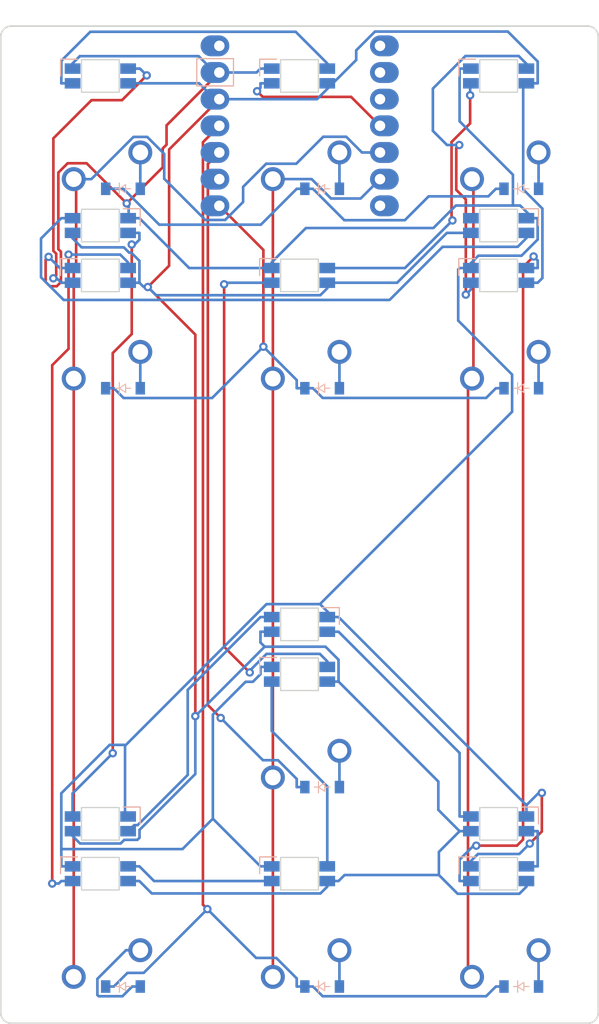
<source format=kicad_pcb>
(kicad_pcb (version 20171130) (host pcbnew 5.0.1-33cea8e~67~ubuntu18.04.1)

  (general
    (thickness 1.6)
    (drawings 8)
    (tracks 418)
    (zones 0)
    (modules 36)
    (nets 42)
  )

  (page A3)
  (title_block
    (title mr_useful)
    (rev 0.1)
    (company ceoloide)
  )

  (layers
    (0 F.Cu signal)
    (31 B.Cu signal)
    (32 B.Adhes user)
    (33 F.Adhes user)
    (34 B.Paste user)
    (35 F.Paste user)
    (36 B.SilkS user)
    (37 F.SilkS user)
    (38 B.Mask user)
    (39 F.Mask user)
    (40 Dwgs.User user)
    (41 Cmts.User user)
    (42 Eco1.User user)
    (43 Eco2.User user)
    (44 Edge.Cuts user)
    (45 Margin user)
    (46 B.CrtYd user)
    (47 F.CrtYd user)
    (48 B.Fab user)
    (49 F.Fab user)
  )

  (setup
    (last_trace_width 0.25)
    (trace_clearance 0.2)
    (zone_clearance 0.508)
    (zone_45_only no)
    (trace_min 0.2)
    (segment_width 0.2)
    (edge_width 0.05)
    (via_size 0.8)
    (via_drill 0.4)
    (via_min_size 0.4)
    (via_min_drill 0.3)
    (uvia_size 0.3)
    (uvia_drill 0.1)
    (uvias_allowed no)
    (uvia_min_size 0.2)
    (uvia_min_drill 0.1)
    (pcb_text_width 0.3)
    (pcb_text_size 1.5 1.5)
    (mod_edge_width 0.12)
    (mod_text_size 1 1)
    (mod_text_width 0.15)
    (pad_size 1.524 1.524)
    (pad_drill 0.762)
    (pad_to_mask_clearance 0.05)
    (solder_mask_min_width 0.25)
    (aux_axis_origin 0 0)
    (visible_elements FFFFFF7F)
    (pcbplotparams
      (layerselection 0x010fc_ffffffff)
      (usegerberextensions false)
      (usegerberattributes true)
      (usegerberadvancedattributes true)
      (creategerberjobfile true)
      (excludeedgelayer true)
      (linewidth 0.100000)
      (plotframeref false)
      (viasonmask false)
      (mode 1)
      (useauxorigin false)
      (hpglpennumber 1)
      (hpglpenspeed 20)
      (hpglpendiameter 15.000000)
      (psnegative false)
      (psa4output false)
      (plotreference true)
      (plotvalue true)
      (plotinvisibletext false)
      (padsonsilk false)
      (subtractmaskfromsilk false)
      (outputformat 1)
      (mirror false)
      (drillshape 1)
      (scaleselection 1)
      (outputdirectory ""))
  )

  (net 0 "")
  (net 1 C0)
  (net 2 left_down)
  (net 3 C1)
  (net 4 middle_down)
  (net 5 middle_up)
  (net 6 C2)
  (net 7 right_down)
  (net 8 first_bottom)
  (net 9 first_top)
  (net 10 second_bottom)
  (net 11 second_top)
  (net 12 third_bottom)
  (net 13 third_top)
  (net 14 VCC)
  (net 15 LED_4)
  (net 16 GND)
  (net 17 LED_3)
  (net 18 LED_5)
  (net 19 LED_6)
  (net 20 LED_10)
  (net 21 LED_9)
  (net 22 LED_2)
  (net 23 LED_1)
  (net 24 LED_7)
  (net 25 LED)
  (net 26 LED_8)
  (net 27 ULED_3)
  (net 28 ULED_2)
  (net 29 ULED_1)
  (net 30 ULED_4)
  (net 31 ULED_5)
  (net 32 R0)
  (net 33 R1)
  (net 34 R3)
  (net 35 R4)
  (net 36 P0)
  (net 37 P1)
  (net 38 P2)
  (net 39 C3)
  (net 40 R2)
  (net 41 RAW)

  (net_class Default "This is the default net class."
    (clearance 0.2)
    (trace_width 0.25)
    (via_dia 0.8)
    (via_drill 0.4)
    (uvia_dia 0.3)
    (uvia_drill 0.1)
    (add_net C0)
    (add_net C1)
    (add_net C2)
    (add_net C3)
    (add_net GND)
    (add_net LED)
    (add_net LED_1)
    (add_net LED_10)
    (add_net LED_2)
    (add_net LED_3)
    (add_net LED_4)
    (add_net LED_5)
    (add_net LED_6)
    (add_net LED_7)
    (add_net LED_8)
    (add_net LED_9)
    (add_net P0)
    (add_net P1)
    (add_net P2)
    (add_net R0)
    (add_net R1)
    (add_net R2)
    (add_net R3)
    (add_net R4)
    (add_net RAW)
    (add_net ULED_1)
    (add_net ULED_2)
    (add_net ULED_3)
    (add_net ULED_4)
    (add_net ULED_5)
    (add_net VCC)
    (add_net first_bottom)
    (add_net first_top)
    (add_net left_down)
    (add_net middle_down)
    (add_net middle_up)
    (add_net right_down)
    (add_net second_bottom)
    (add_net second_top)
    (add_net third_bottom)
    (add_net third_top)
  )

  (module MX (layer F.Cu) (tedit 5DD4F656) (tstamp 0)
    (at 60 125 180)
    (fp_text reference S1 (at 0 0) (layer F.SilkS) hide
      (effects (font (size 1.27 1.27) (thickness 0.15)))
    )
    (fp_text value "" (at 0 0) (layer F.SilkS) hide
      (effects (font (size 1.27 1.27) (thickness 0.15)))
    )
    (fp_line (start -7 -6) (end -7 -7) (layer Dwgs.User) (width 0.15))
    (fp_line (start -7 7) (end -6 7) (layer Dwgs.User) (width 0.15))
    (fp_line (start -6 -7) (end -7 -7) (layer Dwgs.User) (width 0.15))
    (fp_line (start -7 7) (end -7 6) (layer Dwgs.User) (width 0.15))
    (fp_line (start 7 6) (end 7 7) (layer Dwgs.User) (width 0.15))
    (fp_line (start 7 -7) (end 6 -7) (layer Dwgs.User) (width 0.15))
    (fp_line (start 6 7) (end 7 7) (layer Dwgs.User) (width 0.15))
    (fp_line (start 7 -7) (end 7 -6) (layer Dwgs.User) (width 0.15))
    (pad "" np_thru_hole circle (at 0 0) (size 3.9878 3.9878) (drill 3.9878) (layers *.Cu *.Mask))
    (pad "" np_thru_hole circle (at 5.08 0) (size 1.7018 1.7018) (drill 1.7018) (layers *.Cu *.Mask))
    (pad "" np_thru_hole circle (at -5.08 0) (size 1.7018 1.7018) (drill 1.7018) (layers *.Cu *.Mask))
    (pad 1 thru_hole circle (at 2.54 -5.08) (size 2.286 2.286) (drill 1.4986) (layers *.Cu *.Mask)
      (net 1 C0))
    (pad 2 thru_hole circle (at -3.81 -2.54) (size 2.286 2.286) (drill 1.4986) (layers *.Cu *.Mask)
      (net 2 left_down))
  )

  (module MX (layer F.Cu) (tedit 5DD4F656) (tstamp 0)
    (at 79 125 180)
    (fp_text reference S2 (at 0 0) (layer F.SilkS) hide
      (effects (font (size 1.27 1.27) (thickness 0.15)))
    )
    (fp_text value "" (at 0 0) (layer F.SilkS) hide
      (effects (font (size 1.27 1.27) (thickness 0.15)))
    )
    (fp_line (start -7 -6) (end -7 -7) (layer Dwgs.User) (width 0.15))
    (fp_line (start -7 7) (end -6 7) (layer Dwgs.User) (width 0.15))
    (fp_line (start -6 -7) (end -7 -7) (layer Dwgs.User) (width 0.15))
    (fp_line (start -7 7) (end -7 6) (layer Dwgs.User) (width 0.15))
    (fp_line (start 7 6) (end 7 7) (layer Dwgs.User) (width 0.15))
    (fp_line (start 7 -7) (end 6 -7) (layer Dwgs.User) (width 0.15))
    (fp_line (start 6 7) (end 7 7) (layer Dwgs.User) (width 0.15))
    (fp_line (start 7 -7) (end 7 -6) (layer Dwgs.User) (width 0.15))
    (pad "" np_thru_hole circle (at 0 0) (size 3.9878 3.9878) (drill 3.9878) (layers *.Cu *.Mask))
    (pad "" np_thru_hole circle (at 5.08 0) (size 1.7018 1.7018) (drill 1.7018) (layers *.Cu *.Mask))
    (pad "" np_thru_hole circle (at -5.08 0) (size 1.7018 1.7018) (drill 1.7018) (layers *.Cu *.Mask))
    (pad 1 thru_hole circle (at 2.54 -5.08) (size 2.286 2.286) (drill 1.4986) (layers *.Cu *.Mask)
      (net 3 C1))
    (pad 2 thru_hole circle (at -3.81 -2.54) (size 2.286 2.286) (drill 1.4986) (layers *.Cu *.Mask)
      (net 4 middle_down))
  )

  (module MX (layer F.Cu) (tedit 5DD4F656) (tstamp 0)
    (at 79 106 180)
    (fp_text reference S3 (at 0 0) (layer F.SilkS) hide
      (effects (font (size 1.27 1.27) (thickness 0.15)))
    )
    (fp_text value "" (at 0 0) (layer F.SilkS) hide
      (effects (font (size 1.27 1.27) (thickness 0.15)))
    )
    (fp_line (start -7 -6) (end -7 -7) (layer Dwgs.User) (width 0.15))
    (fp_line (start -7 7) (end -6 7) (layer Dwgs.User) (width 0.15))
    (fp_line (start -6 -7) (end -7 -7) (layer Dwgs.User) (width 0.15))
    (fp_line (start -7 7) (end -7 6) (layer Dwgs.User) (width 0.15))
    (fp_line (start 7 6) (end 7 7) (layer Dwgs.User) (width 0.15))
    (fp_line (start 7 -7) (end 6 -7) (layer Dwgs.User) (width 0.15))
    (fp_line (start 6 7) (end 7 7) (layer Dwgs.User) (width 0.15))
    (fp_line (start 7 -7) (end 7 -6) (layer Dwgs.User) (width 0.15))
    (pad "" np_thru_hole circle (at 0 0) (size 3.9878 3.9878) (drill 3.9878) (layers *.Cu *.Mask))
    (pad "" np_thru_hole circle (at 5.08 0) (size 1.7018 1.7018) (drill 1.7018) (layers *.Cu *.Mask))
    (pad "" np_thru_hole circle (at -5.08 0) (size 1.7018 1.7018) (drill 1.7018) (layers *.Cu *.Mask))
    (pad 1 thru_hole circle (at 2.54 -5.08) (size 2.286 2.286) (drill 1.4986) (layers *.Cu *.Mask)
      (net 3 C1))
    (pad 2 thru_hole circle (at -3.81 -2.54) (size 2.286 2.286) (drill 1.4986) (layers *.Cu *.Mask)
      (net 5 middle_up))
  )

  (module MX (layer F.Cu) (tedit 5DD4F656) (tstamp 0)
    (at 98 125 180)
    (fp_text reference S4 (at 0 0) (layer F.SilkS) hide
      (effects (font (size 1.27 1.27) (thickness 0.15)))
    )
    (fp_text value "" (at 0 0) (layer F.SilkS) hide
      (effects (font (size 1.27 1.27) (thickness 0.15)))
    )
    (fp_line (start -7 -6) (end -7 -7) (layer Dwgs.User) (width 0.15))
    (fp_line (start -7 7) (end -6 7) (layer Dwgs.User) (width 0.15))
    (fp_line (start -6 -7) (end -7 -7) (layer Dwgs.User) (width 0.15))
    (fp_line (start -7 7) (end -7 6) (layer Dwgs.User) (width 0.15))
    (fp_line (start 7 6) (end 7 7) (layer Dwgs.User) (width 0.15))
    (fp_line (start 7 -7) (end 6 -7) (layer Dwgs.User) (width 0.15))
    (fp_line (start 6 7) (end 7 7) (layer Dwgs.User) (width 0.15))
    (fp_line (start 7 -7) (end 7 -6) (layer Dwgs.User) (width 0.15))
    (pad "" np_thru_hole circle (at 0 0) (size 3.9878 3.9878) (drill 3.9878) (layers *.Cu *.Mask))
    (pad "" np_thru_hole circle (at 5.08 0) (size 1.7018 1.7018) (drill 1.7018) (layers *.Cu *.Mask))
    (pad "" np_thru_hole circle (at -5.08 0) (size 1.7018 1.7018) (drill 1.7018) (layers *.Cu *.Mask))
    (pad 1 thru_hole circle (at 2.54 -5.08) (size 2.286 2.286) (drill 1.4986) (layers *.Cu *.Mask)
      (net 6 C2))
    (pad 2 thru_hole circle (at -3.81 -2.54) (size 2.286 2.286) (drill 1.4986) (layers *.Cu *.Mask)
      (net 7 right_down))
  )

  (module MX (layer F.Cu) (tedit 5DD4F656) (tstamp 0)
    (at 60 68 180)
    (fp_text reference S5 (at 0 0) (layer F.SilkS) hide
      (effects (font (size 1.27 1.27) (thickness 0.15)))
    )
    (fp_text value "" (at 0 0) (layer F.SilkS) hide
      (effects (font (size 1.27 1.27) (thickness 0.15)))
    )
    (fp_line (start -7 -6) (end -7 -7) (layer Dwgs.User) (width 0.15))
    (fp_line (start -7 7) (end -6 7) (layer Dwgs.User) (width 0.15))
    (fp_line (start -6 -7) (end -7 -7) (layer Dwgs.User) (width 0.15))
    (fp_line (start -7 7) (end -7 6) (layer Dwgs.User) (width 0.15))
    (fp_line (start 7 6) (end 7 7) (layer Dwgs.User) (width 0.15))
    (fp_line (start 7 -7) (end 6 -7) (layer Dwgs.User) (width 0.15))
    (fp_line (start 6 7) (end 7 7) (layer Dwgs.User) (width 0.15))
    (fp_line (start 7 -7) (end 7 -6) (layer Dwgs.User) (width 0.15))
    (pad "" np_thru_hole circle (at 0 0) (size 3.9878 3.9878) (drill 3.9878) (layers *.Cu *.Mask))
    (pad "" np_thru_hole circle (at 5.08 0) (size 1.7018 1.7018) (drill 1.7018) (layers *.Cu *.Mask))
    (pad "" np_thru_hole circle (at -5.08 0) (size 1.7018 1.7018) (drill 1.7018) (layers *.Cu *.Mask))
    (pad 1 thru_hole circle (at 2.54 -5.08) (size 2.286 2.286) (drill 1.4986) (layers *.Cu *.Mask)
      (net 1 C0))
    (pad 2 thru_hole circle (at -3.81 -2.54) (size 2.286 2.286) (drill 1.4986) (layers *.Cu *.Mask)
      (net 8 first_bottom))
  )

  (module MX (layer F.Cu) (tedit 5DD4F656) (tstamp 0)
    (at 60 49 180)
    (fp_text reference S6 (at 0 0) (layer F.SilkS) hide
      (effects (font (size 1.27 1.27) (thickness 0.15)))
    )
    (fp_text value "" (at 0 0) (layer F.SilkS) hide
      (effects (font (size 1.27 1.27) (thickness 0.15)))
    )
    (fp_line (start -7 -6) (end -7 -7) (layer Dwgs.User) (width 0.15))
    (fp_line (start -7 7) (end -6 7) (layer Dwgs.User) (width 0.15))
    (fp_line (start -6 -7) (end -7 -7) (layer Dwgs.User) (width 0.15))
    (fp_line (start -7 7) (end -7 6) (layer Dwgs.User) (width 0.15))
    (fp_line (start 7 6) (end 7 7) (layer Dwgs.User) (width 0.15))
    (fp_line (start 7 -7) (end 6 -7) (layer Dwgs.User) (width 0.15))
    (fp_line (start 6 7) (end 7 7) (layer Dwgs.User) (width 0.15))
    (fp_line (start 7 -7) (end 7 -6) (layer Dwgs.User) (width 0.15))
    (pad "" np_thru_hole circle (at 0 0) (size 3.9878 3.9878) (drill 3.9878) (layers *.Cu *.Mask))
    (pad "" np_thru_hole circle (at 5.08 0) (size 1.7018 1.7018) (drill 1.7018) (layers *.Cu *.Mask))
    (pad "" np_thru_hole circle (at -5.08 0) (size 1.7018 1.7018) (drill 1.7018) (layers *.Cu *.Mask))
    (pad 1 thru_hole circle (at 2.54 -5.08) (size 2.286 2.286) (drill 1.4986) (layers *.Cu *.Mask)
      (net 1 C0))
    (pad 2 thru_hole circle (at -3.81 -2.54) (size 2.286 2.286) (drill 1.4986) (layers *.Cu *.Mask)
      (net 9 first_top))
  )

  (module MX (layer F.Cu) (tedit 5DD4F656) (tstamp 0)
    (at 79 68 180)
    (fp_text reference S7 (at 0 0) (layer F.SilkS) hide
      (effects (font (size 1.27 1.27) (thickness 0.15)))
    )
    (fp_text value "" (at 0 0) (layer F.SilkS) hide
      (effects (font (size 1.27 1.27) (thickness 0.15)))
    )
    (fp_line (start -7 -6) (end -7 -7) (layer Dwgs.User) (width 0.15))
    (fp_line (start -7 7) (end -6 7) (layer Dwgs.User) (width 0.15))
    (fp_line (start -6 -7) (end -7 -7) (layer Dwgs.User) (width 0.15))
    (fp_line (start -7 7) (end -7 6) (layer Dwgs.User) (width 0.15))
    (fp_line (start 7 6) (end 7 7) (layer Dwgs.User) (width 0.15))
    (fp_line (start 7 -7) (end 6 -7) (layer Dwgs.User) (width 0.15))
    (fp_line (start 6 7) (end 7 7) (layer Dwgs.User) (width 0.15))
    (fp_line (start 7 -7) (end 7 -6) (layer Dwgs.User) (width 0.15))
    (pad "" np_thru_hole circle (at 0 0) (size 3.9878 3.9878) (drill 3.9878) (layers *.Cu *.Mask))
    (pad "" np_thru_hole circle (at 5.08 0) (size 1.7018 1.7018) (drill 1.7018) (layers *.Cu *.Mask))
    (pad "" np_thru_hole circle (at -5.08 0) (size 1.7018 1.7018) (drill 1.7018) (layers *.Cu *.Mask))
    (pad 1 thru_hole circle (at 2.54 -5.08) (size 2.286 2.286) (drill 1.4986) (layers *.Cu *.Mask)
      (net 3 C1))
    (pad 2 thru_hole circle (at -3.81 -2.54) (size 2.286 2.286) (drill 1.4986) (layers *.Cu *.Mask)
      (net 10 second_bottom))
  )

  (module MX (layer F.Cu) (tedit 5DD4F656) (tstamp 0)
    (at 79 49 180)
    (fp_text reference S8 (at 0 0) (layer F.SilkS) hide
      (effects (font (size 1.27 1.27) (thickness 0.15)))
    )
    (fp_text value "" (at 0 0) (layer F.SilkS) hide
      (effects (font (size 1.27 1.27) (thickness 0.15)))
    )
    (fp_line (start -7 -6) (end -7 -7) (layer Dwgs.User) (width 0.15))
    (fp_line (start -7 7) (end -6 7) (layer Dwgs.User) (width 0.15))
    (fp_line (start -6 -7) (end -7 -7) (layer Dwgs.User) (width 0.15))
    (fp_line (start -7 7) (end -7 6) (layer Dwgs.User) (width 0.15))
    (fp_line (start 7 6) (end 7 7) (layer Dwgs.User) (width 0.15))
    (fp_line (start 7 -7) (end 6 -7) (layer Dwgs.User) (width 0.15))
    (fp_line (start 6 7) (end 7 7) (layer Dwgs.User) (width 0.15))
    (fp_line (start 7 -7) (end 7 -6) (layer Dwgs.User) (width 0.15))
    (pad "" np_thru_hole circle (at 0 0) (size 3.9878 3.9878) (drill 3.9878) (layers *.Cu *.Mask))
    (pad "" np_thru_hole circle (at 5.08 0) (size 1.7018 1.7018) (drill 1.7018) (layers *.Cu *.Mask))
    (pad "" np_thru_hole circle (at -5.08 0) (size 1.7018 1.7018) (drill 1.7018) (layers *.Cu *.Mask))
    (pad 1 thru_hole circle (at 2.54 -5.08) (size 2.286 2.286) (drill 1.4986) (layers *.Cu *.Mask)
      (net 3 C1))
    (pad 2 thru_hole circle (at -3.81 -2.54) (size 2.286 2.286) (drill 1.4986) (layers *.Cu *.Mask)
      (net 11 second_top))
  )

  (module MX (layer F.Cu) (tedit 5DD4F656) (tstamp 0)
    (at 98 68 180)
    (fp_text reference S9 (at 0 0) (layer F.SilkS) hide
      (effects (font (size 1.27 1.27) (thickness 0.15)))
    )
    (fp_text value "" (at 0 0) (layer F.SilkS) hide
      (effects (font (size 1.27 1.27) (thickness 0.15)))
    )
    (fp_line (start -7 -6) (end -7 -7) (layer Dwgs.User) (width 0.15))
    (fp_line (start -7 7) (end -6 7) (layer Dwgs.User) (width 0.15))
    (fp_line (start -6 -7) (end -7 -7) (layer Dwgs.User) (width 0.15))
    (fp_line (start -7 7) (end -7 6) (layer Dwgs.User) (width 0.15))
    (fp_line (start 7 6) (end 7 7) (layer Dwgs.User) (width 0.15))
    (fp_line (start 7 -7) (end 6 -7) (layer Dwgs.User) (width 0.15))
    (fp_line (start 6 7) (end 7 7) (layer Dwgs.User) (width 0.15))
    (fp_line (start 7 -7) (end 7 -6) (layer Dwgs.User) (width 0.15))
    (pad "" np_thru_hole circle (at 0 0) (size 3.9878 3.9878) (drill 3.9878) (layers *.Cu *.Mask))
    (pad "" np_thru_hole circle (at 5.08 0) (size 1.7018 1.7018) (drill 1.7018) (layers *.Cu *.Mask))
    (pad "" np_thru_hole circle (at -5.08 0) (size 1.7018 1.7018) (drill 1.7018) (layers *.Cu *.Mask))
    (pad 1 thru_hole circle (at 2.54 -5.08) (size 2.286 2.286) (drill 1.4986) (layers *.Cu *.Mask)
      (net 6 C2))
    (pad 2 thru_hole circle (at -3.81 -2.54) (size 2.286 2.286) (drill 1.4986) (layers *.Cu *.Mask)
      (net 12 third_bottom))
  )

  (module MX (layer F.Cu) (tedit 5DD4F656) (tstamp 0)
    (at 98 49 180)
    (fp_text reference S10 (at 0 0) (layer F.SilkS) hide
      (effects (font (size 1.27 1.27) (thickness 0.15)))
    )
    (fp_text value "" (at 0 0) (layer F.SilkS) hide
      (effects (font (size 1.27 1.27) (thickness 0.15)))
    )
    (fp_line (start -7 -6) (end -7 -7) (layer Dwgs.User) (width 0.15))
    (fp_line (start -7 7) (end -6 7) (layer Dwgs.User) (width 0.15))
    (fp_line (start -6 -7) (end -7 -7) (layer Dwgs.User) (width 0.15))
    (fp_line (start -7 7) (end -7 6) (layer Dwgs.User) (width 0.15))
    (fp_line (start 7 6) (end 7 7) (layer Dwgs.User) (width 0.15))
    (fp_line (start 7 -7) (end 6 -7) (layer Dwgs.User) (width 0.15))
    (fp_line (start 6 7) (end 7 7) (layer Dwgs.User) (width 0.15))
    (fp_line (start 7 -7) (end 7 -6) (layer Dwgs.User) (width 0.15))
    (pad "" np_thru_hole circle (at 0 0) (size 3.9878 3.9878) (drill 3.9878) (layers *.Cu *.Mask))
    (pad "" np_thru_hole circle (at 5.08 0) (size 1.7018 1.7018) (drill 1.7018) (layers *.Cu *.Mask))
    (pad "" np_thru_hole circle (at -5.08 0) (size 1.7018 1.7018) (drill 1.7018) (layers *.Cu *.Mask))
    (pad 1 thru_hole circle (at 2.54 -5.08) (size 2.286 2.286) (drill 1.4986) (layers *.Cu *.Mask)
      (net 6 C2))
    (pad 2 thru_hole circle (at -3.81 -2.54) (size 2.286 2.286) (drill 1.4986) (layers *.Cu *.Mask)
      (net 13 third_top))
  )

  (module YS-SK6812MINI-E (layer B.Cu) (tedit 5F70BC98) (tstamp 0)
    (at 60 120.25)
    (fp_text reference LED1 (at 0.2 11.2) (layer B.SilkS) hide
      (effects (font (size 1 1) (thickness 0.15)))
    )
    (fp_text value "" (at 0 0) (layer F.SilkS)
      (effects (font (size 1.27 1.27) (thickness 0.15)))
    )
    (fp_line (start -1.6 -1.4) (end 1.6 -1.4) (layer Dwgs.User) (width 0.12))
    (fp_line (start -1.6 1.4) (end 1.6 1.4) (layer Dwgs.User) (width 0.12))
    (fp_line (start -1.6 -1.4) (end -1.6 1.4) (layer Dwgs.User) (width 0.12))
    (fp_line (start 1.6 -1.4) (end 1.6 1.4) (layer Dwgs.User) (width 0.12))
    (fp_line (start -1.6 -1.05) (end -2.94 -1.05) (layer Dwgs.User) (width 0.12))
    (fp_line (start -2.94 -1.05) (end -2.94 -0.37) (layer Dwgs.User) (width 0.12))
    (fp_line (start -2.94 -0.37) (end -1.6 -0.37) (layer Dwgs.User) (width 0.12))
    (fp_line (start -1.6 0.35) (end -2.94 0.35) (layer Dwgs.User) (width 0.12))
    (fp_line (start -2.94 1.03) (end -1.6 1.03) (layer Dwgs.User) (width 0.12))
    (fp_line (start -2.94 0.35) (end -2.94 1.03) (layer Dwgs.User) (width 0.12))
    (fp_line (start 1.6 1.03) (end 2.94 1.03) (layer Dwgs.User) (width 0.12))
    (fp_line (start 2.94 0.35) (end 1.6 0.35) (layer Dwgs.User) (width 0.12))
    (fp_line (start 2.94 1.03) (end 2.94 0.35) (layer Dwgs.User) (width 0.12))
    (fp_line (start 1.6 -0.37) (end 2.94 -0.37) (layer Dwgs.User) (width 0.12))
    (fp_line (start 2.94 -1.05) (end 1.6 -1.05) (layer Dwgs.User) (width 0.12))
    (fp_line (start 2.94 -0.37) (end 2.94 -1.05) (layer Dwgs.User) (width 0.12))
    (fp_line (start -1.6 -0.7) (end -0.8 -1.4) (layer Dwgs.User) (width 0.12))
    (fp_line (start -3.8 -1.6) (end -2.2 -1.6) (layer B.SilkS) (width 0.12))
    (fp_line (start -3.8 0) (end -3.8 -1.6) (layer B.SilkS) (width 0.12))
    (fp_line (start -1.8 -1.55) (end -1.8 1.55) (layer Edge.Cuts) (width 0.12))
    (fp_line (start -1.8 1.55) (end 1.8 1.55) (layer Edge.Cuts) (width 0.12))
    (fp_line (start 1.8 1.55) (end 1.8 -1.55) (layer Edge.Cuts) (width 0.12))
    (fp_line (start 1.8 -1.55) (end -1.8 -1.55) (layer Edge.Cuts) (width 0.12))
    (pad 2 smd rect (at 2.65 -0.7) (size 1.5 1) (layers B.Cu B.Paste B.Mask)
      (net 15 LED_4))
    (pad 1 smd rect (at 2.65 0.7) (size 1.5 1) (layers B.Cu B.Paste B.Mask)
      (net 14 VCC))
    (pad 3 smd rect (at -2.65 -0.7) (size 1.5 1) (layers B.Cu B.Paste B.Mask)
      (net 16 GND))
    (pad 4 smd rect (at -2.65 0.7) (size 1.5 1) (layers B.Cu B.Paste B.Mask)
      (net 17 LED_3))
  )

  (module YS-SK6812MINI-E (layer B.Cu) (tedit 5F70BC98) (tstamp 0)
    (at 79 120.25)
    (fp_text reference LED2 (at 0.2 11.2) (layer B.SilkS) hide
      (effects (font (size 1 1) (thickness 0.15)))
    )
    (fp_text value "" (at 0 0) (layer F.SilkS)
      (effects (font (size 1.27 1.27) (thickness 0.15)))
    )
    (fp_line (start -1.6 -1.4) (end 1.6 -1.4) (layer Dwgs.User) (width 0.12))
    (fp_line (start -1.6 1.4) (end 1.6 1.4) (layer Dwgs.User) (width 0.12))
    (fp_line (start -1.6 -1.4) (end -1.6 1.4) (layer Dwgs.User) (width 0.12))
    (fp_line (start 1.6 -1.4) (end 1.6 1.4) (layer Dwgs.User) (width 0.12))
    (fp_line (start -1.6 -1.05) (end -2.94 -1.05) (layer Dwgs.User) (width 0.12))
    (fp_line (start -2.94 -1.05) (end -2.94 -0.37) (layer Dwgs.User) (width 0.12))
    (fp_line (start -2.94 -0.37) (end -1.6 -0.37) (layer Dwgs.User) (width 0.12))
    (fp_line (start -1.6 0.35) (end -2.94 0.35) (layer Dwgs.User) (width 0.12))
    (fp_line (start -2.94 1.03) (end -1.6 1.03) (layer Dwgs.User) (width 0.12))
    (fp_line (start -2.94 0.35) (end -2.94 1.03) (layer Dwgs.User) (width 0.12))
    (fp_line (start 1.6 1.03) (end 2.94 1.03) (layer Dwgs.User) (width 0.12))
    (fp_line (start 2.94 0.35) (end 1.6 0.35) (layer Dwgs.User) (width 0.12))
    (fp_line (start 2.94 1.03) (end 2.94 0.35) (layer Dwgs.User) (width 0.12))
    (fp_line (start 1.6 -0.37) (end 2.94 -0.37) (layer Dwgs.User) (width 0.12))
    (fp_line (start 2.94 -1.05) (end 1.6 -1.05) (layer Dwgs.User) (width 0.12))
    (fp_line (start 2.94 -0.37) (end 2.94 -1.05) (layer Dwgs.User) (width 0.12))
    (fp_line (start -1.6 -0.7) (end -0.8 -1.4) (layer Dwgs.User) (width 0.12))
    (fp_line (start -3.8 -1.6) (end -2.2 -1.6) (layer B.SilkS) (width 0.12))
    (fp_line (start -3.8 0) (end -3.8 -1.6) (layer B.SilkS) (width 0.12))
    (fp_line (start -1.8 -1.55) (end -1.8 1.55) (layer Edge.Cuts) (width 0.12))
    (fp_line (start -1.8 1.55) (end 1.8 1.55) (layer Edge.Cuts) (width 0.12))
    (fp_line (start 1.8 1.55) (end 1.8 -1.55) (layer Edge.Cuts) (width 0.12))
    (fp_line (start 1.8 -1.55) (end -1.8 -1.55) (layer Edge.Cuts) (width 0.12))
    (pad 2 smd rect (at 2.65 -0.7) (size 1.5 1) (layers B.Cu B.Paste B.Mask)
      (net 18 LED_5))
    (pad 1 smd rect (at 2.65 0.7) (size 1.5 1) (layers B.Cu B.Paste B.Mask)
      (net 14 VCC))
    (pad 3 smd rect (at -2.65 -0.7) (size 1.5 1) (layers B.Cu B.Paste B.Mask)
      (net 16 GND))
    (pad 4 smd rect (at -2.65 0.7) (size 1.5 1) (layers B.Cu B.Paste B.Mask)
      (net 15 LED_4))
  )

  (module YS-SK6812MINI-E (layer B.Cu) (tedit 5F70BC98) (tstamp 0)
    (at 79 101.25)
    (fp_text reference LED3 (at 0.2 11.2) (layer B.SilkS) hide
      (effects (font (size 1 1) (thickness 0.15)))
    )
    (fp_text value "" (at 0 0) (layer F.SilkS)
      (effects (font (size 1.27 1.27) (thickness 0.15)))
    )
    (fp_line (start -1.6 -1.4) (end 1.6 -1.4) (layer Dwgs.User) (width 0.12))
    (fp_line (start -1.6 1.4) (end 1.6 1.4) (layer Dwgs.User) (width 0.12))
    (fp_line (start -1.6 -1.4) (end -1.6 1.4) (layer Dwgs.User) (width 0.12))
    (fp_line (start 1.6 -1.4) (end 1.6 1.4) (layer Dwgs.User) (width 0.12))
    (fp_line (start -1.6 -1.05) (end -2.94 -1.05) (layer Dwgs.User) (width 0.12))
    (fp_line (start -2.94 -1.05) (end -2.94 -0.37) (layer Dwgs.User) (width 0.12))
    (fp_line (start -2.94 -0.37) (end -1.6 -0.37) (layer Dwgs.User) (width 0.12))
    (fp_line (start -1.6 0.35) (end -2.94 0.35) (layer Dwgs.User) (width 0.12))
    (fp_line (start -2.94 1.03) (end -1.6 1.03) (layer Dwgs.User) (width 0.12))
    (fp_line (start -2.94 0.35) (end -2.94 1.03) (layer Dwgs.User) (width 0.12))
    (fp_line (start 1.6 1.03) (end 2.94 1.03) (layer Dwgs.User) (width 0.12))
    (fp_line (start 2.94 0.35) (end 1.6 0.35) (layer Dwgs.User) (width 0.12))
    (fp_line (start 2.94 1.03) (end 2.94 0.35) (layer Dwgs.User) (width 0.12))
    (fp_line (start 1.6 -0.37) (end 2.94 -0.37) (layer Dwgs.User) (width 0.12))
    (fp_line (start 2.94 -1.05) (end 1.6 -1.05) (layer Dwgs.User) (width 0.12))
    (fp_line (start 2.94 -0.37) (end 2.94 -1.05) (layer Dwgs.User) (width 0.12))
    (fp_line (start -1.6 -0.7) (end -0.8 -1.4) (layer Dwgs.User) (width 0.12))
    (fp_line (start -3.8 -1.6) (end -2.2 -1.6) (layer B.SilkS) (width 0.12))
    (fp_line (start -3.8 0) (end -3.8 -1.6) (layer B.SilkS) (width 0.12))
    (fp_line (start -1.8 -1.55) (end -1.8 1.55) (layer Edge.Cuts) (width 0.12))
    (fp_line (start -1.8 1.55) (end 1.8 1.55) (layer Edge.Cuts) (width 0.12))
    (fp_line (start 1.8 1.55) (end 1.8 -1.55) (layer Edge.Cuts) (width 0.12))
    (fp_line (start 1.8 -1.55) (end -1.8 -1.55) (layer Edge.Cuts) (width 0.12))
    (pad 2 smd rect (at 2.65 -0.7) (size 1.5 1) (layers B.Cu B.Paste B.Mask)
      (net 19 LED_6))
    (pad 1 smd rect (at 2.65 0.7) (size 1.5 1) (layers B.Cu B.Paste B.Mask)
      (net 14 VCC))
    (pad 3 smd rect (at -2.65 -0.7) (size 1.5 1) (layers B.Cu B.Paste B.Mask)
      (net 16 GND))
    (pad 4 smd rect (at -2.65 0.7) (size 1.5 1) (layers B.Cu B.Paste B.Mask)
      (net 18 LED_5))
  )

  (module YS-SK6812MINI-E (layer B.Cu) (tedit 5F70BC98) (tstamp 0)
    (at 98 120.25)
    (fp_text reference LED4 (at 0.2 11.2) (layer B.SilkS) hide
      (effects (font (size 1 1) (thickness 0.15)))
    )
    (fp_text value "" (at 0 0) (layer F.SilkS)
      (effects (font (size 1.27 1.27) (thickness 0.15)))
    )
    (fp_line (start -1.6 -1.4) (end 1.6 -1.4) (layer Dwgs.User) (width 0.12))
    (fp_line (start -1.6 1.4) (end 1.6 1.4) (layer Dwgs.User) (width 0.12))
    (fp_line (start -1.6 -1.4) (end -1.6 1.4) (layer Dwgs.User) (width 0.12))
    (fp_line (start 1.6 -1.4) (end 1.6 1.4) (layer Dwgs.User) (width 0.12))
    (fp_line (start -1.6 -1.05) (end -2.94 -1.05) (layer Dwgs.User) (width 0.12))
    (fp_line (start -2.94 -1.05) (end -2.94 -0.37) (layer Dwgs.User) (width 0.12))
    (fp_line (start -2.94 -0.37) (end -1.6 -0.37) (layer Dwgs.User) (width 0.12))
    (fp_line (start -1.6 0.35) (end -2.94 0.35) (layer Dwgs.User) (width 0.12))
    (fp_line (start -2.94 1.03) (end -1.6 1.03) (layer Dwgs.User) (width 0.12))
    (fp_line (start -2.94 0.35) (end -2.94 1.03) (layer Dwgs.User) (width 0.12))
    (fp_line (start 1.6 1.03) (end 2.94 1.03) (layer Dwgs.User) (width 0.12))
    (fp_line (start 2.94 0.35) (end 1.6 0.35) (layer Dwgs.User) (width 0.12))
    (fp_line (start 2.94 1.03) (end 2.94 0.35) (layer Dwgs.User) (width 0.12))
    (fp_line (start 1.6 -0.37) (end 2.94 -0.37) (layer Dwgs.User) (width 0.12))
    (fp_line (start 2.94 -1.05) (end 1.6 -1.05) (layer Dwgs.User) (width 0.12))
    (fp_line (start 2.94 -0.37) (end 2.94 -1.05) (layer Dwgs.User) (width 0.12))
    (fp_line (start -1.6 -0.7) (end -0.8 -1.4) (layer Dwgs.User) (width 0.12))
    (fp_line (start -3.8 -1.6) (end -2.2 -1.6) (layer B.SilkS) (width 0.12))
    (fp_line (start -3.8 0) (end -3.8 -1.6) (layer B.SilkS) (width 0.12))
    (fp_line (start -1.8 -1.55) (end -1.8 1.55) (layer Edge.Cuts) (width 0.12))
    (fp_line (start -1.8 1.55) (end 1.8 1.55) (layer Edge.Cuts) (width 0.12))
    (fp_line (start 1.8 1.55) (end 1.8 -1.55) (layer Edge.Cuts) (width 0.12))
    (fp_line (start 1.8 -1.55) (end -1.8 -1.55) (layer Edge.Cuts) (width 0.12))
    (pad 2 smd rect (at 2.65 -0.7) (size 1.5 1) (layers B.Cu B.Paste B.Mask)
      (net 20 LED_10))
    (pad 1 smd rect (at 2.65 0.7) (size 1.5 1) (layers B.Cu B.Paste B.Mask)
      (net 14 VCC))
    (pad 3 smd rect (at -2.65 -0.7) (size 1.5 1) (layers B.Cu B.Paste B.Mask)
      (net 16 GND))
    (pad 4 smd rect (at -2.65 0.7) (size 1.5 1) (layers B.Cu B.Paste B.Mask)
      (net 21 LED_9))
  )

  (module YS-SK6812MINI-E (layer B.Cu) (tedit 5F70BC98) (tstamp 0)
    (at 60 63.25)
    (fp_text reference LED5 (at 0.2 11.2) (layer B.SilkS) hide
      (effects (font (size 1 1) (thickness 0.15)))
    )
    (fp_text value "" (at 0 0) (layer F.SilkS)
      (effects (font (size 1.27 1.27) (thickness 0.15)))
    )
    (fp_line (start -1.6 -1.4) (end 1.6 -1.4) (layer Dwgs.User) (width 0.12))
    (fp_line (start -1.6 1.4) (end 1.6 1.4) (layer Dwgs.User) (width 0.12))
    (fp_line (start -1.6 -1.4) (end -1.6 1.4) (layer Dwgs.User) (width 0.12))
    (fp_line (start 1.6 -1.4) (end 1.6 1.4) (layer Dwgs.User) (width 0.12))
    (fp_line (start -1.6 -1.05) (end -2.94 -1.05) (layer Dwgs.User) (width 0.12))
    (fp_line (start -2.94 -1.05) (end -2.94 -0.37) (layer Dwgs.User) (width 0.12))
    (fp_line (start -2.94 -0.37) (end -1.6 -0.37) (layer Dwgs.User) (width 0.12))
    (fp_line (start -1.6 0.35) (end -2.94 0.35) (layer Dwgs.User) (width 0.12))
    (fp_line (start -2.94 1.03) (end -1.6 1.03) (layer Dwgs.User) (width 0.12))
    (fp_line (start -2.94 0.35) (end -2.94 1.03) (layer Dwgs.User) (width 0.12))
    (fp_line (start 1.6 1.03) (end 2.94 1.03) (layer Dwgs.User) (width 0.12))
    (fp_line (start 2.94 0.35) (end 1.6 0.35) (layer Dwgs.User) (width 0.12))
    (fp_line (start 2.94 1.03) (end 2.94 0.35) (layer Dwgs.User) (width 0.12))
    (fp_line (start 1.6 -0.37) (end 2.94 -0.37) (layer Dwgs.User) (width 0.12))
    (fp_line (start 2.94 -1.05) (end 1.6 -1.05) (layer Dwgs.User) (width 0.12))
    (fp_line (start 2.94 -0.37) (end 2.94 -1.05) (layer Dwgs.User) (width 0.12))
    (fp_line (start -1.6 -0.7) (end -0.8 -1.4) (layer Dwgs.User) (width 0.12))
    (fp_line (start -3.8 -1.6) (end -2.2 -1.6) (layer B.SilkS) (width 0.12))
    (fp_line (start -3.8 0) (end -3.8 -1.6) (layer B.SilkS) (width 0.12))
    (fp_line (start -1.8 -1.55) (end -1.8 1.55) (layer Edge.Cuts) (width 0.12))
    (fp_line (start -1.8 1.55) (end 1.8 1.55) (layer Edge.Cuts) (width 0.12))
    (fp_line (start 1.8 1.55) (end 1.8 -1.55) (layer Edge.Cuts) (width 0.12))
    (fp_line (start 1.8 -1.55) (end -1.8 -1.55) (layer Edge.Cuts) (width 0.12))
    (pad 2 smd rect (at 2.65 -0.7) (size 1.5 1) (layers B.Cu B.Paste B.Mask)
      (net 17 LED_3))
    (pad 1 smd rect (at 2.65 0.7) (size 1.5 1) (layers B.Cu B.Paste B.Mask)
      (net 14 VCC))
    (pad 3 smd rect (at -2.65 -0.7) (size 1.5 1) (layers B.Cu B.Paste B.Mask)
      (net 16 GND))
    (pad 4 smd rect (at -2.65 0.7) (size 1.5 1) (layers B.Cu B.Paste B.Mask)
      (net 22 LED_2))
  )

  (module YS-SK6812MINI-E (layer B.Cu) (tedit 5F70BC98) (tstamp 0)
    (at 60 44.25)
    (fp_text reference LED6 (at 0.2 11.2) (layer B.SilkS) hide
      (effects (font (size 1 1) (thickness 0.15)))
    )
    (fp_text value "" (at 0 0) (layer F.SilkS)
      (effects (font (size 1.27 1.27) (thickness 0.15)))
    )
    (fp_line (start -1.6 -1.4) (end 1.6 -1.4) (layer Dwgs.User) (width 0.12))
    (fp_line (start -1.6 1.4) (end 1.6 1.4) (layer Dwgs.User) (width 0.12))
    (fp_line (start -1.6 -1.4) (end -1.6 1.4) (layer Dwgs.User) (width 0.12))
    (fp_line (start 1.6 -1.4) (end 1.6 1.4) (layer Dwgs.User) (width 0.12))
    (fp_line (start -1.6 -1.05) (end -2.94 -1.05) (layer Dwgs.User) (width 0.12))
    (fp_line (start -2.94 -1.05) (end -2.94 -0.37) (layer Dwgs.User) (width 0.12))
    (fp_line (start -2.94 -0.37) (end -1.6 -0.37) (layer Dwgs.User) (width 0.12))
    (fp_line (start -1.6 0.35) (end -2.94 0.35) (layer Dwgs.User) (width 0.12))
    (fp_line (start -2.94 1.03) (end -1.6 1.03) (layer Dwgs.User) (width 0.12))
    (fp_line (start -2.94 0.35) (end -2.94 1.03) (layer Dwgs.User) (width 0.12))
    (fp_line (start 1.6 1.03) (end 2.94 1.03) (layer Dwgs.User) (width 0.12))
    (fp_line (start 2.94 0.35) (end 1.6 0.35) (layer Dwgs.User) (width 0.12))
    (fp_line (start 2.94 1.03) (end 2.94 0.35) (layer Dwgs.User) (width 0.12))
    (fp_line (start 1.6 -0.37) (end 2.94 -0.37) (layer Dwgs.User) (width 0.12))
    (fp_line (start 2.94 -1.05) (end 1.6 -1.05) (layer Dwgs.User) (width 0.12))
    (fp_line (start 2.94 -0.37) (end 2.94 -1.05) (layer Dwgs.User) (width 0.12))
    (fp_line (start -1.6 -0.7) (end -0.8 -1.4) (layer Dwgs.User) (width 0.12))
    (fp_line (start -3.8 -1.6) (end -2.2 -1.6) (layer B.SilkS) (width 0.12))
    (fp_line (start -3.8 0) (end -3.8 -1.6) (layer B.SilkS) (width 0.12))
    (fp_line (start -1.8 -1.55) (end -1.8 1.55) (layer Edge.Cuts) (width 0.12))
    (fp_line (start -1.8 1.55) (end 1.8 1.55) (layer Edge.Cuts) (width 0.12))
    (fp_line (start 1.8 1.55) (end 1.8 -1.55) (layer Edge.Cuts) (width 0.12))
    (fp_line (start 1.8 -1.55) (end -1.8 -1.55) (layer Edge.Cuts) (width 0.12))
    (pad 2 smd rect (at 2.65 -0.7) (size 1.5 1) (layers B.Cu B.Paste B.Mask)
      (net 22 LED_2))
    (pad 1 smd rect (at 2.65 0.7) (size 1.5 1) (layers B.Cu B.Paste B.Mask)
      (net 14 VCC))
    (pad 3 smd rect (at -2.65 -0.7) (size 1.5 1) (layers B.Cu B.Paste B.Mask)
      (net 16 GND))
    (pad 4 smd rect (at -2.65 0.7) (size 1.5 1) (layers B.Cu B.Paste B.Mask)
      (net 23 LED_1))
  )

  (module YS-SK6812MINI-E (layer B.Cu) (tedit 5F70BC98) (tstamp 0)
    (at 79 63.25)
    (fp_text reference LED7 (at 0.2 11.2) (layer B.SilkS) hide
      (effects (font (size 1 1) (thickness 0.15)))
    )
    (fp_text value "" (at 0 0) (layer F.SilkS)
      (effects (font (size 1.27 1.27) (thickness 0.15)))
    )
    (fp_line (start -1.6 -1.4) (end 1.6 -1.4) (layer Dwgs.User) (width 0.12))
    (fp_line (start -1.6 1.4) (end 1.6 1.4) (layer Dwgs.User) (width 0.12))
    (fp_line (start -1.6 -1.4) (end -1.6 1.4) (layer Dwgs.User) (width 0.12))
    (fp_line (start 1.6 -1.4) (end 1.6 1.4) (layer Dwgs.User) (width 0.12))
    (fp_line (start -1.6 -1.05) (end -2.94 -1.05) (layer Dwgs.User) (width 0.12))
    (fp_line (start -2.94 -1.05) (end -2.94 -0.37) (layer Dwgs.User) (width 0.12))
    (fp_line (start -2.94 -0.37) (end -1.6 -0.37) (layer Dwgs.User) (width 0.12))
    (fp_line (start -1.6 0.35) (end -2.94 0.35) (layer Dwgs.User) (width 0.12))
    (fp_line (start -2.94 1.03) (end -1.6 1.03) (layer Dwgs.User) (width 0.12))
    (fp_line (start -2.94 0.35) (end -2.94 1.03) (layer Dwgs.User) (width 0.12))
    (fp_line (start 1.6 1.03) (end 2.94 1.03) (layer Dwgs.User) (width 0.12))
    (fp_line (start 2.94 0.35) (end 1.6 0.35) (layer Dwgs.User) (width 0.12))
    (fp_line (start 2.94 1.03) (end 2.94 0.35) (layer Dwgs.User) (width 0.12))
    (fp_line (start 1.6 -0.37) (end 2.94 -0.37) (layer Dwgs.User) (width 0.12))
    (fp_line (start 2.94 -1.05) (end 1.6 -1.05) (layer Dwgs.User) (width 0.12))
    (fp_line (start 2.94 -0.37) (end 2.94 -1.05) (layer Dwgs.User) (width 0.12))
    (fp_line (start -1.6 -0.7) (end -0.8 -1.4) (layer Dwgs.User) (width 0.12))
    (fp_line (start -3.8 -1.6) (end -2.2 -1.6) (layer B.SilkS) (width 0.12))
    (fp_line (start -3.8 0) (end -3.8 -1.6) (layer B.SilkS) (width 0.12))
    (fp_line (start -1.8 -1.55) (end -1.8 1.55) (layer Edge.Cuts) (width 0.12))
    (fp_line (start -1.8 1.55) (end 1.8 1.55) (layer Edge.Cuts) (width 0.12))
    (fp_line (start 1.8 1.55) (end 1.8 -1.55) (layer Edge.Cuts) (width 0.12))
    (fp_line (start 1.8 -1.55) (end -1.8 -1.55) (layer Edge.Cuts) (width 0.12))
    (pad 2 smd rect (at 2.65 -0.7) (size 1.5 1) (layers B.Cu B.Paste B.Mask)
      (net 24 LED_7))
    (pad 1 smd rect (at 2.65 0.7) (size 1.5 1) (layers B.Cu B.Paste B.Mask)
      (net 14 VCC))
    (pad 3 smd rect (at -2.65 -0.7) (size 1.5 1) (layers B.Cu B.Paste B.Mask)
      (net 16 GND))
    (pad 4 smd rect (at -2.65 0.7) (size 1.5 1) (layers B.Cu B.Paste B.Mask)
      (net 19 LED_6))
  )

  (module YS-SK6812MINI-E (layer B.Cu) (tedit 5F70BC98) (tstamp 0)
    (at 79 44.25)
    (fp_text reference LED8 (at 0.2 11.2) (layer B.SilkS) hide
      (effects (font (size 1 1) (thickness 0.15)))
    )
    (fp_text value "" (at 0 0) (layer F.SilkS)
      (effects (font (size 1.27 1.27) (thickness 0.15)))
    )
    (fp_line (start -1.6 -1.4) (end 1.6 -1.4) (layer Dwgs.User) (width 0.12))
    (fp_line (start -1.6 1.4) (end 1.6 1.4) (layer Dwgs.User) (width 0.12))
    (fp_line (start -1.6 -1.4) (end -1.6 1.4) (layer Dwgs.User) (width 0.12))
    (fp_line (start 1.6 -1.4) (end 1.6 1.4) (layer Dwgs.User) (width 0.12))
    (fp_line (start -1.6 -1.05) (end -2.94 -1.05) (layer Dwgs.User) (width 0.12))
    (fp_line (start -2.94 -1.05) (end -2.94 -0.37) (layer Dwgs.User) (width 0.12))
    (fp_line (start -2.94 -0.37) (end -1.6 -0.37) (layer Dwgs.User) (width 0.12))
    (fp_line (start -1.6 0.35) (end -2.94 0.35) (layer Dwgs.User) (width 0.12))
    (fp_line (start -2.94 1.03) (end -1.6 1.03) (layer Dwgs.User) (width 0.12))
    (fp_line (start -2.94 0.35) (end -2.94 1.03) (layer Dwgs.User) (width 0.12))
    (fp_line (start 1.6 1.03) (end 2.94 1.03) (layer Dwgs.User) (width 0.12))
    (fp_line (start 2.94 0.35) (end 1.6 0.35) (layer Dwgs.User) (width 0.12))
    (fp_line (start 2.94 1.03) (end 2.94 0.35) (layer Dwgs.User) (width 0.12))
    (fp_line (start 1.6 -0.37) (end 2.94 -0.37) (layer Dwgs.User) (width 0.12))
    (fp_line (start 2.94 -1.05) (end 1.6 -1.05) (layer Dwgs.User) (width 0.12))
    (fp_line (start 2.94 -0.37) (end 2.94 -1.05) (layer Dwgs.User) (width 0.12))
    (fp_line (start -1.6 -0.7) (end -0.8 -1.4) (layer Dwgs.User) (width 0.12))
    (fp_line (start -3.8 -1.6) (end -2.2 -1.6) (layer B.SilkS) (width 0.12))
    (fp_line (start -3.8 0) (end -3.8 -1.6) (layer B.SilkS) (width 0.12))
    (fp_line (start -1.8 -1.55) (end -1.8 1.55) (layer Edge.Cuts) (width 0.12))
    (fp_line (start -1.8 1.55) (end 1.8 1.55) (layer Edge.Cuts) (width 0.12))
    (fp_line (start 1.8 1.55) (end 1.8 -1.55) (layer Edge.Cuts) (width 0.12))
    (fp_line (start 1.8 -1.55) (end -1.8 -1.55) (layer Edge.Cuts) (width 0.12))
    (pad 2 smd rect (at 2.65 -0.7) (size 1.5 1) (layers B.Cu B.Paste B.Mask)
      (net 23 LED_1))
    (pad 1 smd rect (at 2.65 0.7) (size 1.5 1) (layers B.Cu B.Paste B.Mask)
      (net 14 VCC))
    (pad 3 smd rect (at -2.65 -0.7) (size 1.5 1) (layers B.Cu B.Paste B.Mask)
      (net 16 GND))
    (pad 4 smd rect (at -2.65 0.7) (size 1.5 1) (layers B.Cu B.Paste B.Mask)
      (net 25 LED))
  )

  (module YS-SK6812MINI-E (layer B.Cu) (tedit 5F70BC98) (tstamp 0)
    (at 98 63.25)
    (fp_text reference LED9 (at 0.2 11.2) (layer B.SilkS) hide
      (effects (font (size 1 1) (thickness 0.15)))
    )
    (fp_text value "" (at 0 0) (layer F.SilkS)
      (effects (font (size 1.27 1.27) (thickness 0.15)))
    )
    (fp_line (start -1.6 -1.4) (end 1.6 -1.4) (layer Dwgs.User) (width 0.12))
    (fp_line (start -1.6 1.4) (end 1.6 1.4) (layer Dwgs.User) (width 0.12))
    (fp_line (start -1.6 -1.4) (end -1.6 1.4) (layer Dwgs.User) (width 0.12))
    (fp_line (start 1.6 -1.4) (end 1.6 1.4) (layer Dwgs.User) (width 0.12))
    (fp_line (start -1.6 -1.05) (end -2.94 -1.05) (layer Dwgs.User) (width 0.12))
    (fp_line (start -2.94 -1.05) (end -2.94 -0.37) (layer Dwgs.User) (width 0.12))
    (fp_line (start -2.94 -0.37) (end -1.6 -0.37) (layer Dwgs.User) (width 0.12))
    (fp_line (start -1.6 0.35) (end -2.94 0.35) (layer Dwgs.User) (width 0.12))
    (fp_line (start -2.94 1.03) (end -1.6 1.03) (layer Dwgs.User) (width 0.12))
    (fp_line (start -2.94 0.35) (end -2.94 1.03) (layer Dwgs.User) (width 0.12))
    (fp_line (start 1.6 1.03) (end 2.94 1.03) (layer Dwgs.User) (width 0.12))
    (fp_line (start 2.94 0.35) (end 1.6 0.35) (layer Dwgs.User) (width 0.12))
    (fp_line (start 2.94 1.03) (end 2.94 0.35) (layer Dwgs.User) (width 0.12))
    (fp_line (start 1.6 -0.37) (end 2.94 -0.37) (layer Dwgs.User) (width 0.12))
    (fp_line (start 2.94 -1.05) (end 1.6 -1.05) (layer Dwgs.User) (width 0.12))
    (fp_line (start 2.94 -0.37) (end 2.94 -1.05) (layer Dwgs.User) (width 0.12))
    (fp_line (start -1.6 -0.7) (end -0.8 -1.4) (layer Dwgs.User) (width 0.12))
    (fp_line (start -3.8 -1.6) (end -2.2 -1.6) (layer B.SilkS) (width 0.12))
    (fp_line (start -3.8 0) (end -3.8 -1.6) (layer B.SilkS) (width 0.12))
    (fp_line (start -1.8 -1.55) (end -1.8 1.55) (layer Edge.Cuts) (width 0.12))
    (fp_line (start -1.8 1.55) (end 1.8 1.55) (layer Edge.Cuts) (width 0.12))
    (fp_line (start 1.8 1.55) (end 1.8 -1.55) (layer Edge.Cuts) (width 0.12))
    (fp_line (start 1.8 -1.55) (end -1.8 -1.55) (layer Edge.Cuts) (width 0.12))
    (pad 2 smd rect (at 2.65 -0.7) (size 1.5 1) (layers B.Cu B.Paste B.Mask)
      (net 21 LED_9))
    (pad 1 smd rect (at 2.65 0.7) (size 1.5 1) (layers B.Cu B.Paste B.Mask)
      (net 14 VCC))
    (pad 3 smd rect (at -2.65 -0.7) (size 1.5 1) (layers B.Cu B.Paste B.Mask)
      (net 16 GND))
    (pad 4 smd rect (at -2.65 0.7) (size 1.5 1) (layers B.Cu B.Paste B.Mask)
      (net 26 LED_8))
  )

  (module YS-SK6812MINI-E (layer B.Cu) (tedit 5F70BC98) (tstamp 0)
    (at 98 44.25)
    (fp_text reference LED10 (at 0.2 11.2) (layer B.SilkS) hide
      (effects (font (size 1 1) (thickness 0.15)))
    )
    (fp_text value "" (at 0 0) (layer F.SilkS)
      (effects (font (size 1.27 1.27) (thickness 0.15)))
    )
    (fp_line (start -1.6 -1.4) (end 1.6 -1.4) (layer Dwgs.User) (width 0.12))
    (fp_line (start -1.6 1.4) (end 1.6 1.4) (layer Dwgs.User) (width 0.12))
    (fp_line (start -1.6 -1.4) (end -1.6 1.4) (layer Dwgs.User) (width 0.12))
    (fp_line (start 1.6 -1.4) (end 1.6 1.4) (layer Dwgs.User) (width 0.12))
    (fp_line (start -1.6 -1.05) (end -2.94 -1.05) (layer Dwgs.User) (width 0.12))
    (fp_line (start -2.94 -1.05) (end -2.94 -0.37) (layer Dwgs.User) (width 0.12))
    (fp_line (start -2.94 -0.37) (end -1.6 -0.37) (layer Dwgs.User) (width 0.12))
    (fp_line (start -1.6 0.35) (end -2.94 0.35) (layer Dwgs.User) (width 0.12))
    (fp_line (start -2.94 1.03) (end -1.6 1.03) (layer Dwgs.User) (width 0.12))
    (fp_line (start -2.94 0.35) (end -2.94 1.03) (layer Dwgs.User) (width 0.12))
    (fp_line (start 1.6 1.03) (end 2.94 1.03) (layer Dwgs.User) (width 0.12))
    (fp_line (start 2.94 0.35) (end 1.6 0.35) (layer Dwgs.User) (width 0.12))
    (fp_line (start 2.94 1.03) (end 2.94 0.35) (layer Dwgs.User) (width 0.12))
    (fp_line (start 1.6 -0.37) (end 2.94 -0.37) (layer Dwgs.User) (width 0.12))
    (fp_line (start 2.94 -1.05) (end 1.6 -1.05) (layer Dwgs.User) (width 0.12))
    (fp_line (start 2.94 -0.37) (end 2.94 -1.05) (layer Dwgs.User) (width 0.12))
    (fp_line (start -1.6 -0.7) (end -0.8 -1.4) (layer Dwgs.User) (width 0.12))
    (fp_line (start -3.8 -1.6) (end -2.2 -1.6) (layer B.SilkS) (width 0.12))
    (fp_line (start -3.8 0) (end -3.8 -1.6) (layer B.SilkS) (width 0.12))
    (fp_line (start -1.8 -1.55) (end -1.8 1.55) (layer Edge.Cuts) (width 0.12))
    (fp_line (start -1.8 1.55) (end 1.8 1.55) (layer Edge.Cuts) (width 0.12))
    (fp_line (start 1.8 1.55) (end 1.8 -1.55) (layer Edge.Cuts) (width 0.12))
    (fp_line (start 1.8 -1.55) (end -1.8 -1.55) (layer Edge.Cuts) (width 0.12))
    (pad 2 smd rect (at 2.65 -0.7) (size 1.5 1) (layers B.Cu B.Paste B.Mask)
      (net 26 LED_8))
    (pad 1 smd rect (at 2.65 0.7) (size 1.5 1) (layers B.Cu B.Paste B.Mask)
      (net 14 VCC))
    (pad 3 smd rect (at -2.65 -0.7) (size 1.5 1) (layers B.Cu B.Paste B.Mask)
      (net 16 GND))
    (pad 4 smd rect (at -2.65 0.7) (size 1.5 1) (layers B.Cu B.Paste B.Mask)
      (net 24 LED_7))
  )

  (module YS-SK6812MINI-E (layer B.Cu) (tedit 5F70BC98) (tstamp 0)
    (at 60 115.5)
    (fp_text reference LED11 (at 0.2 11.2) (layer B.SilkS) hide
      (effects (font (size 1 1) (thickness 0.15)))
    )
    (fp_text value "" (at 0 0) (layer F.SilkS)
      (effects (font (size 1.27 1.27) (thickness 0.15)))
    )
    (fp_line (start -1.6 -1.4) (end 1.6 -1.4) (layer Dwgs.User) (width 0.12))
    (fp_line (start -1.6 1.4) (end 1.6 1.4) (layer Dwgs.User) (width 0.12))
    (fp_line (start -1.6 -1.4) (end -1.6 1.4) (layer Dwgs.User) (width 0.12))
    (fp_line (start 1.6 -1.4) (end 1.6 1.4) (layer Dwgs.User) (width 0.12))
    (fp_line (start -1.6 -1.05) (end -2.94 -1.05) (layer Dwgs.User) (width 0.12))
    (fp_line (start -2.94 -1.05) (end -2.94 -0.37) (layer Dwgs.User) (width 0.12))
    (fp_line (start -2.94 -0.37) (end -1.6 -0.37) (layer Dwgs.User) (width 0.12))
    (fp_line (start -1.6 0.35) (end -2.94 0.35) (layer Dwgs.User) (width 0.12))
    (fp_line (start -2.94 1.03) (end -1.6 1.03) (layer Dwgs.User) (width 0.12))
    (fp_line (start -2.94 0.35) (end -2.94 1.03) (layer Dwgs.User) (width 0.12))
    (fp_line (start 1.6 1.03) (end 2.94 1.03) (layer Dwgs.User) (width 0.12))
    (fp_line (start 2.94 0.35) (end 1.6 0.35) (layer Dwgs.User) (width 0.12))
    (fp_line (start 2.94 1.03) (end 2.94 0.35) (layer Dwgs.User) (width 0.12))
    (fp_line (start 1.6 -0.37) (end 2.94 -0.37) (layer Dwgs.User) (width 0.12))
    (fp_line (start 2.94 -1.05) (end 1.6 -1.05) (layer Dwgs.User) (width 0.12))
    (fp_line (start 2.94 -0.37) (end 2.94 -1.05) (layer Dwgs.User) (width 0.12))
    (fp_line (start 1.6 -0.7) (end 0.8 -1.4) (layer Dwgs.User) (width 0.12))
    (fp_line (start 3.8 -1.6) (end 2.2 -1.6) (layer B.SilkS) (width 0.12))
    (fp_line (start 3.8 0) (end 3.8 -1.6) (layer B.SilkS) (width 0.12))
    (fp_line (start -1.8 -1.55) (end -1.8 1.55) (layer Edge.Cuts) (width 0.12))
    (fp_line (start -1.8 1.55) (end 1.8 1.55) (layer Edge.Cuts) (width 0.12))
    (fp_line (start 1.8 1.55) (end 1.8 -1.55) (layer Edge.Cuts) (width 0.12))
    (fp_line (start 1.8 -1.55) (end -1.8 -1.55) (layer Edge.Cuts) (width 0.12))
    (pad 3 smd rect (at 2.65 -0.7) (size 1.5 1) (layers B.Cu B.Paste B.Mask)
      (net 16 GND))
    (pad 4 smd rect (at 2.65 0.7) (size 1.5 1) (layers B.Cu B.Paste B.Mask)
      (net 28 ULED_2))
    (pad 2 smd rect (at -2.65 -0.7) (size 1.5 1) (layers B.Cu B.Paste B.Mask)
      (net 27 ULED_3))
    (pad 1 smd rect (at -2.65 0.7) (size 1.5 1) (layers B.Cu B.Paste B.Mask)
      (net 14 VCC))
  )

  (module YS-SK6812MINI-E (layer B.Cu) (tedit 5F70BC98) (tstamp 0)
    (at 79 96.5)
    (fp_text reference LED12 (at 0.2 11.2) (layer B.SilkS) hide
      (effects (font (size 1 1) (thickness 0.15)))
    )
    (fp_text value "" (at 0 0) (layer F.SilkS)
      (effects (font (size 1.27 1.27) (thickness 0.15)))
    )
    (fp_line (start -1.6 -1.4) (end 1.6 -1.4) (layer Dwgs.User) (width 0.12))
    (fp_line (start -1.6 1.4) (end 1.6 1.4) (layer Dwgs.User) (width 0.12))
    (fp_line (start -1.6 -1.4) (end -1.6 1.4) (layer Dwgs.User) (width 0.12))
    (fp_line (start 1.6 -1.4) (end 1.6 1.4) (layer Dwgs.User) (width 0.12))
    (fp_line (start -1.6 -1.05) (end -2.94 -1.05) (layer Dwgs.User) (width 0.12))
    (fp_line (start -2.94 -1.05) (end -2.94 -0.37) (layer Dwgs.User) (width 0.12))
    (fp_line (start -2.94 -0.37) (end -1.6 -0.37) (layer Dwgs.User) (width 0.12))
    (fp_line (start -1.6 0.35) (end -2.94 0.35) (layer Dwgs.User) (width 0.12))
    (fp_line (start -2.94 1.03) (end -1.6 1.03) (layer Dwgs.User) (width 0.12))
    (fp_line (start -2.94 0.35) (end -2.94 1.03) (layer Dwgs.User) (width 0.12))
    (fp_line (start 1.6 1.03) (end 2.94 1.03) (layer Dwgs.User) (width 0.12))
    (fp_line (start 2.94 0.35) (end 1.6 0.35) (layer Dwgs.User) (width 0.12))
    (fp_line (start 2.94 1.03) (end 2.94 0.35) (layer Dwgs.User) (width 0.12))
    (fp_line (start 1.6 -0.37) (end 2.94 -0.37) (layer Dwgs.User) (width 0.12))
    (fp_line (start 2.94 -1.05) (end 1.6 -1.05) (layer Dwgs.User) (width 0.12))
    (fp_line (start 2.94 -0.37) (end 2.94 -1.05) (layer Dwgs.User) (width 0.12))
    (fp_line (start 1.6 -0.7) (end 0.8 -1.4) (layer Dwgs.User) (width 0.12))
    (fp_line (start 3.8 -1.6) (end 2.2 -1.6) (layer B.SilkS) (width 0.12))
    (fp_line (start 3.8 0) (end 3.8 -1.6) (layer B.SilkS) (width 0.12))
    (fp_line (start -1.8 -1.55) (end -1.8 1.55) (layer Edge.Cuts) (width 0.12))
    (fp_line (start -1.8 1.55) (end 1.8 1.55) (layer Edge.Cuts) (width 0.12))
    (fp_line (start 1.8 1.55) (end 1.8 -1.55) (layer Edge.Cuts) (width 0.12))
    (fp_line (start 1.8 -1.55) (end -1.8 -1.55) (layer Edge.Cuts) (width 0.12))
    (pad 3 smd rect (at 2.65 -0.7) (size 1.5 1) (layers B.Cu B.Paste B.Mask)
      (net 16 GND))
    (pad 4 smd rect (at 2.65 0.7) (size 1.5 1) (layers B.Cu B.Paste B.Mask)
      (net 29 ULED_1))
    (pad 2 smd rect (at -2.65 -0.7) (size 1.5 1) (layers B.Cu B.Paste B.Mask)
      (net 28 ULED_2))
    (pad 1 smd rect (at -2.65 0.7) (size 1.5 1) (layers B.Cu B.Paste B.Mask)
      (net 14 VCC))
  )

  (module YS-SK6812MINI-E (layer B.Cu) (tedit 5F70BC98) (tstamp 0)
    (at 98 115.5)
    (fp_text reference LED13 (at 0.2 11.2) (layer B.SilkS) hide
      (effects (font (size 1 1) (thickness 0.15)))
    )
    (fp_text value "" (at 0 0) (layer F.SilkS)
      (effects (font (size 1.27 1.27) (thickness 0.15)))
    )
    (fp_line (start -1.6 -1.4) (end 1.6 -1.4) (layer Dwgs.User) (width 0.12))
    (fp_line (start -1.6 1.4) (end 1.6 1.4) (layer Dwgs.User) (width 0.12))
    (fp_line (start -1.6 -1.4) (end -1.6 1.4) (layer Dwgs.User) (width 0.12))
    (fp_line (start 1.6 -1.4) (end 1.6 1.4) (layer Dwgs.User) (width 0.12))
    (fp_line (start -1.6 -1.05) (end -2.94 -1.05) (layer Dwgs.User) (width 0.12))
    (fp_line (start -2.94 -1.05) (end -2.94 -0.37) (layer Dwgs.User) (width 0.12))
    (fp_line (start -2.94 -0.37) (end -1.6 -0.37) (layer Dwgs.User) (width 0.12))
    (fp_line (start -1.6 0.35) (end -2.94 0.35) (layer Dwgs.User) (width 0.12))
    (fp_line (start -2.94 1.03) (end -1.6 1.03) (layer Dwgs.User) (width 0.12))
    (fp_line (start -2.94 0.35) (end -2.94 1.03) (layer Dwgs.User) (width 0.12))
    (fp_line (start 1.6 1.03) (end 2.94 1.03) (layer Dwgs.User) (width 0.12))
    (fp_line (start 2.94 0.35) (end 1.6 0.35) (layer Dwgs.User) (width 0.12))
    (fp_line (start 2.94 1.03) (end 2.94 0.35) (layer Dwgs.User) (width 0.12))
    (fp_line (start 1.6 -0.37) (end 2.94 -0.37) (layer Dwgs.User) (width 0.12))
    (fp_line (start 2.94 -1.05) (end 1.6 -1.05) (layer Dwgs.User) (width 0.12))
    (fp_line (start 2.94 -0.37) (end 2.94 -1.05) (layer Dwgs.User) (width 0.12))
    (fp_line (start 1.6 -0.7) (end 0.8 -1.4) (layer Dwgs.User) (width 0.12))
    (fp_line (start 3.8 -1.6) (end 2.2 -1.6) (layer B.SilkS) (width 0.12))
    (fp_line (start 3.8 0) (end 3.8 -1.6) (layer B.SilkS) (width 0.12))
    (fp_line (start -1.8 -1.55) (end -1.8 1.55) (layer Edge.Cuts) (width 0.12))
    (fp_line (start -1.8 1.55) (end 1.8 1.55) (layer Edge.Cuts) (width 0.12))
    (fp_line (start 1.8 1.55) (end 1.8 -1.55) (layer Edge.Cuts) (width 0.12))
    (fp_line (start 1.8 -1.55) (end -1.8 -1.55) (layer Edge.Cuts) (width 0.12))
    (pad 3 smd rect (at 2.65 -0.7) (size 1.5 1) (layers B.Cu B.Paste B.Mask)
      (net 16 GND))
    (pad 4 smd rect (at 2.65 0.7) (size 1.5 1) (layers B.Cu B.Paste B.Mask)
      (net 20 LED_10))
    (pad 2 smd rect (at -2.65 -0.7) (size 1.5 1) (layers B.Cu B.Paste B.Mask)
      (net 29 ULED_1))
    (pad 1 smd rect (at -2.65 0.7) (size 1.5 1) (layers B.Cu B.Paste B.Mask)
      (net 14 VCC))
  )

  (module YS-SK6812MINI-E (layer B.Cu) (tedit 5F70BC98) (tstamp 0)
    (at 60 58.5)
    (fp_text reference LED14 (at 0.2 11.2) (layer B.SilkS) hide
      (effects (font (size 1 1) (thickness 0.15)))
    )
    (fp_text value "" (at 0 0) (layer F.SilkS)
      (effects (font (size 1.27 1.27) (thickness 0.15)))
    )
    (fp_line (start -1.6 -1.4) (end 1.6 -1.4) (layer Dwgs.User) (width 0.12))
    (fp_line (start -1.6 1.4) (end 1.6 1.4) (layer Dwgs.User) (width 0.12))
    (fp_line (start -1.6 -1.4) (end -1.6 1.4) (layer Dwgs.User) (width 0.12))
    (fp_line (start 1.6 -1.4) (end 1.6 1.4) (layer Dwgs.User) (width 0.12))
    (fp_line (start -1.6 -1.05) (end -2.94 -1.05) (layer Dwgs.User) (width 0.12))
    (fp_line (start -2.94 -1.05) (end -2.94 -0.37) (layer Dwgs.User) (width 0.12))
    (fp_line (start -2.94 -0.37) (end -1.6 -0.37) (layer Dwgs.User) (width 0.12))
    (fp_line (start -1.6 0.35) (end -2.94 0.35) (layer Dwgs.User) (width 0.12))
    (fp_line (start -2.94 1.03) (end -1.6 1.03) (layer Dwgs.User) (width 0.12))
    (fp_line (start -2.94 0.35) (end -2.94 1.03) (layer Dwgs.User) (width 0.12))
    (fp_line (start 1.6 1.03) (end 2.94 1.03) (layer Dwgs.User) (width 0.12))
    (fp_line (start 2.94 0.35) (end 1.6 0.35) (layer Dwgs.User) (width 0.12))
    (fp_line (start 2.94 1.03) (end 2.94 0.35) (layer Dwgs.User) (width 0.12))
    (fp_line (start 1.6 -0.37) (end 2.94 -0.37) (layer Dwgs.User) (width 0.12))
    (fp_line (start 2.94 -1.05) (end 1.6 -1.05) (layer Dwgs.User) (width 0.12))
    (fp_line (start 2.94 -0.37) (end 2.94 -1.05) (layer Dwgs.User) (width 0.12))
    (fp_line (start 1.6 -0.7) (end 0.8 -1.4) (layer Dwgs.User) (width 0.12))
    (fp_line (start 3.8 -1.6) (end 2.2 -1.6) (layer B.SilkS) (width 0.12))
    (fp_line (start 3.8 0) (end 3.8 -1.6) (layer B.SilkS) (width 0.12))
    (fp_line (start -1.8 -1.55) (end -1.8 1.55) (layer Edge.Cuts) (width 0.12))
    (fp_line (start -1.8 1.55) (end 1.8 1.55) (layer Edge.Cuts) (width 0.12))
    (fp_line (start 1.8 1.55) (end 1.8 -1.55) (layer Edge.Cuts) (width 0.12))
    (fp_line (start 1.8 -1.55) (end -1.8 -1.55) (layer Edge.Cuts) (width 0.12))
    (pad 3 smd rect (at 2.65 -0.7) (size 1.5 1) (layers B.Cu B.Paste B.Mask)
      (net 16 GND))
    (pad 4 smd rect (at 2.65 0.7) (size 1.5 1) (layers B.Cu B.Paste B.Mask)
      (net 27 ULED_3))
    (pad 2 smd rect (at -2.65 -0.7) (size 1.5 1) (layers B.Cu B.Paste B.Mask)
      (net 30 ULED_4))
    (pad 1 smd rect (at -2.65 0.7) (size 1.5 1) (layers B.Cu B.Paste B.Mask)
      (net 14 VCC))
  )

  (module YS-SK6812MINI-E (layer B.Cu) (tedit 5F70BC98) (tstamp 0)
    (at 98 58.5)
    (fp_text reference LED15 (at 0.2 11.2) (layer B.SilkS) hide
      (effects (font (size 1 1) (thickness 0.15)))
    )
    (fp_text value "" (at 0 0) (layer F.SilkS)
      (effects (font (size 1.27 1.27) (thickness 0.15)))
    )
    (fp_line (start -1.6 -1.4) (end 1.6 -1.4) (layer Dwgs.User) (width 0.12))
    (fp_line (start -1.6 1.4) (end 1.6 1.4) (layer Dwgs.User) (width 0.12))
    (fp_line (start -1.6 -1.4) (end -1.6 1.4) (layer Dwgs.User) (width 0.12))
    (fp_line (start 1.6 -1.4) (end 1.6 1.4) (layer Dwgs.User) (width 0.12))
    (fp_line (start -1.6 -1.05) (end -2.94 -1.05) (layer Dwgs.User) (width 0.12))
    (fp_line (start -2.94 -1.05) (end -2.94 -0.37) (layer Dwgs.User) (width 0.12))
    (fp_line (start -2.94 -0.37) (end -1.6 -0.37) (layer Dwgs.User) (width 0.12))
    (fp_line (start -1.6 0.35) (end -2.94 0.35) (layer Dwgs.User) (width 0.12))
    (fp_line (start -2.94 1.03) (end -1.6 1.03) (layer Dwgs.User) (width 0.12))
    (fp_line (start -2.94 0.35) (end -2.94 1.03) (layer Dwgs.User) (width 0.12))
    (fp_line (start 1.6 1.03) (end 2.94 1.03) (layer Dwgs.User) (width 0.12))
    (fp_line (start 2.94 0.35) (end 1.6 0.35) (layer Dwgs.User) (width 0.12))
    (fp_line (start 2.94 1.03) (end 2.94 0.35) (layer Dwgs.User) (width 0.12))
    (fp_line (start 1.6 -0.37) (end 2.94 -0.37) (layer Dwgs.User) (width 0.12))
    (fp_line (start 2.94 -1.05) (end 1.6 -1.05) (layer Dwgs.User) (width 0.12))
    (fp_line (start 2.94 -0.37) (end 2.94 -1.05) (layer Dwgs.User) (width 0.12))
    (fp_line (start 1.6 -0.7) (end 0.8 -1.4) (layer Dwgs.User) (width 0.12))
    (fp_line (start 3.8 -1.6) (end 2.2 -1.6) (layer B.SilkS) (width 0.12))
    (fp_line (start 3.8 0) (end 3.8 -1.6) (layer B.SilkS) (width 0.12))
    (fp_line (start -1.8 -1.55) (end -1.8 1.55) (layer Edge.Cuts) (width 0.12))
    (fp_line (start -1.8 1.55) (end 1.8 1.55) (layer Edge.Cuts) (width 0.12))
    (fp_line (start 1.8 1.55) (end 1.8 -1.55) (layer Edge.Cuts) (width 0.12))
    (fp_line (start 1.8 -1.55) (end -1.8 -1.55) (layer Edge.Cuts) (width 0.12))
    (pad 3 smd rect (at 2.65 -0.7) (size 1.5 1) (layers B.Cu B.Paste B.Mask)
      (net 16 GND))
    (pad 4 smd rect (at 2.65 0.7) (size 1.5 1) (layers B.Cu B.Paste B.Mask)
      (net 30 ULED_4))
    (pad 2 smd rect (at -2.65 -0.7) (size 1.5 1) (layers B.Cu B.Paste B.Mask)
      (net 31 ULED_5))
    (pad 1 smd rect (at -2.65 0.7) (size 1.5 1) (layers B.Cu B.Paste B.Mask)
      (net 14 VCC))
  )

  (module ComboDiode (layer B.Cu) (tedit 5B24D78E) (tstamp 0)
    (at 62.16 131)
    (attr virtual)
    (fp_text reference D1 (at 0 0) (layer B.SilkS) hide
      (effects (font (size 1.27 1.27) (thickness 0.15)))
    )
    (fp_text value "" (at 0 0) (layer B.SilkS) hide
      (effects (font (size 1.27 1.27) (thickness 0.15)))
    )
    (fp_line (start 0.25 0) (end 0.75 0) (layer B.SilkS) (width 0.1))
    (fp_line (start 0.25 0.4) (end -0.35 0) (layer B.SilkS) (width 0.1))
    (fp_line (start 0.25 -0.4) (end 0.25 0.4) (layer B.SilkS) (width 0.1))
    (fp_line (start -0.35 0) (end 0.25 -0.4) (layer B.SilkS) (width 0.1))
    (fp_line (start -0.35 0) (end -0.35 0.55) (layer B.SilkS) (width 0.1))
    (fp_line (start -0.35 0) (end -0.35 -0.55) (layer B.SilkS) (width 0.1))
    (fp_line (start -0.75 0) (end -0.35 0) (layer B.SilkS) (width 0.1))
    (pad 1 smd rect (at -1.65 0) (size 0.9 1.2) (layers B.Cu B.Paste B.Mask)
      (net 32 R0))
    (pad 2 smd rect (at 1.65 0) (size 0.9 1.2) (layers B.Cu B.Paste B.Mask)
      (net 2 left_down))
  )

  (module ComboDiode (layer B.Cu) (tedit 5B24D78E) (tstamp 0)
    (at 81.16 131)
    (attr virtual)
    (fp_text reference D2 (at 0 0) (layer B.SilkS) hide
      (effects (font (size 1.27 1.27) (thickness 0.15)))
    )
    (fp_text value "" (at 0 0) (layer B.SilkS) hide
      (effects (font (size 1.27 1.27) (thickness 0.15)))
    )
    (fp_line (start 0.25 0) (end 0.75 0) (layer B.SilkS) (width 0.1))
    (fp_line (start 0.25 0.4) (end -0.35 0) (layer B.SilkS) (width 0.1))
    (fp_line (start 0.25 -0.4) (end 0.25 0.4) (layer B.SilkS) (width 0.1))
    (fp_line (start -0.35 0) (end 0.25 -0.4) (layer B.SilkS) (width 0.1))
    (fp_line (start -0.35 0) (end -0.35 0.55) (layer B.SilkS) (width 0.1))
    (fp_line (start -0.35 0) (end -0.35 -0.55) (layer B.SilkS) (width 0.1))
    (fp_line (start -0.75 0) (end -0.35 0) (layer B.SilkS) (width 0.1))
    (pad 1 smd rect (at -1.65 0) (size 0.9 1.2) (layers B.Cu B.Paste B.Mask)
      (net 32 R0))
    (pad 2 smd rect (at 1.65 0) (size 0.9 1.2) (layers B.Cu B.Paste B.Mask)
      (net 4 middle_down))
  )

  (module ComboDiode (layer B.Cu) (tedit 5B24D78E) (tstamp 0)
    (at 81.16 112)
    (attr virtual)
    (fp_text reference D3 (at 0 0) (layer B.SilkS) hide
      (effects (font (size 1.27 1.27) (thickness 0.15)))
    )
    (fp_text value "" (at 0 0) (layer B.SilkS) hide
      (effects (font (size 1.27 1.27) (thickness 0.15)))
    )
    (fp_line (start 0.25 0) (end 0.75 0) (layer B.SilkS) (width 0.1))
    (fp_line (start 0.25 0.4) (end -0.35 0) (layer B.SilkS) (width 0.1))
    (fp_line (start 0.25 -0.4) (end 0.25 0.4) (layer B.SilkS) (width 0.1))
    (fp_line (start -0.35 0) (end 0.25 -0.4) (layer B.SilkS) (width 0.1))
    (fp_line (start -0.35 0) (end -0.35 0.55) (layer B.SilkS) (width 0.1))
    (fp_line (start -0.35 0) (end -0.35 -0.55) (layer B.SilkS) (width 0.1))
    (fp_line (start -0.75 0) (end -0.35 0) (layer B.SilkS) (width 0.1))
    (pad 1 smd rect (at -1.65 0) (size 0.9 1.2) (layers B.Cu B.Paste B.Mask)
      (net 33 R1))
    (pad 2 smd rect (at 1.65 0) (size 0.9 1.2) (layers B.Cu B.Paste B.Mask)
      (net 5 middle_up))
  )

  (module ComboDiode (layer B.Cu) (tedit 5B24D78E) (tstamp 0)
    (at 100.16 131)
    (attr virtual)
    (fp_text reference D4 (at 0 0) (layer B.SilkS) hide
      (effects (font (size 1.27 1.27) (thickness 0.15)))
    )
    (fp_text value "" (at 0 0) (layer B.SilkS) hide
      (effects (font (size 1.27 1.27) (thickness 0.15)))
    )
    (fp_line (start 0.25 0) (end 0.75 0) (layer B.SilkS) (width 0.1))
    (fp_line (start 0.25 0.4) (end -0.35 0) (layer B.SilkS) (width 0.1))
    (fp_line (start 0.25 -0.4) (end 0.25 0.4) (layer B.SilkS) (width 0.1))
    (fp_line (start -0.35 0) (end 0.25 -0.4) (layer B.SilkS) (width 0.1))
    (fp_line (start -0.35 0) (end -0.35 0.55) (layer B.SilkS) (width 0.1))
    (fp_line (start -0.35 0) (end -0.35 -0.55) (layer B.SilkS) (width 0.1))
    (fp_line (start -0.75 0) (end -0.35 0) (layer B.SilkS) (width 0.1))
    (pad 1 smd rect (at -1.65 0) (size 0.9 1.2) (layers B.Cu B.Paste B.Mask)
      (net 32 R0))
    (pad 2 smd rect (at 1.65 0) (size 0.9 1.2) (layers B.Cu B.Paste B.Mask)
      (net 7 right_down))
  )

  (module ComboDiode (layer B.Cu) (tedit 5B24D78E) (tstamp 0)
    (at 62.16 74)
    (attr virtual)
    (fp_text reference D5 (at 0 0) (layer B.SilkS) hide
      (effects (font (size 1.27 1.27) (thickness 0.15)))
    )
    (fp_text value "" (at 0 0) (layer B.SilkS) hide
      (effects (font (size 1.27 1.27) (thickness 0.15)))
    )
    (fp_line (start 0.25 0) (end 0.75 0) (layer B.SilkS) (width 0.1))
    (fp_line (start 0.25 0.4) (end -0.35 0) (layer B.SilkS) (width 0.1))
    (fp_line (start 0.25 -0.4) (end 0.25 0.4) (layer B.SilkS) (width 0.1))
    (fp_line (start -0.35 0) (end 0.25 -0.4) (layer B.SilkS) (width 0.1))
    (fp_line (start -0.35 0) (end -0.35 0.55) (layer B.SilkS) (width 0.1))
    (fp_line (start -0.35 0) (end -0.35 -0.55) (layer B.SilkS) (width 0.1))
    (fp_line (start -0.75 0) (end -0.35 0) (layer B.SilkS) (width 0.1))
    (pad 1 smd rect (at -1.65 0) (size 0.9 1.2) (layers B.Cu B.Paste B.Mask)
      (net 34 R3))
    (pad 2 smd rect (at 1.65 0) (size 0.9 1.2) (layers B.Cu B.Paste B.Mask)
      (net 8 first_bottom))
  )

  (module ComboDiode (layer B.Cu) (tedit 5B24D78E) (tstamp 0)
    (at 62.16 55)
    (attr virtual)
    (fp_text reference D6 (at 0 0) (layer B.SilkS) hide
      (effects (font (size 1.27 1.27) (thickness 0.15)))
    )
    (fp_text value "" (at 0 0) (layer B.SilkS) hide
      (effects (font (size 1.27 1.27) (thickness 0.15)))
    )
    (fp_line (start 0.25 0) (end 0.75 0) (layer B.SilkS) (width 0.1))
    (fp_line (start 0.25 0.4) (end -0.35 0) (layer B.SilkS) (width 0.1))
    (fp_line (start 0.25 -0.4) (end 0.25 0.4) (layer B.SilkS) (width 0.1))
    (fp_line (start -0.35 0) (end 0.25 -0.4) (layer B.SilkS) (width 0.1))
    (fp_line (start -0.35 0) (end -0.35 0.55) (layer B.SilkS) (width 0.1))
    (fp_line (start -0.35 0) (end -0.35 -0.55) (layer B.SilkS) (width 0.1))
    (fp_line (start -0.75 0) (end -0.35 0) (layer B.SilkS) (width 0.1))
    (pad 1 smd rect (at -1.65 0) (size 0.9 1.2) (layers B.Cu B.Paste B.Mask)
      (net 35 R4))
    (pad 2 smd rect (at 1.65 0) (size 0.9 1.2) (layers B.Cu B.Paste B.Mask)
      (net 9 first_top))
  )

  (module ComboDiode (layer B.Cu) (tedit 5B24D78E) (tstamp 0)
    (at 81.16 74)
    (attr virtual)
    (fp_text reference D7 (at 0 0) (layer B.SilkS) hide
      (effects (font (size 1.27 1.27) (thickness 0.15)))
    )
    (fp_text value "" (at 0 0) (layer B.SilkS) hide
      (effects (font (size 1.27 1.27) (thickness 0.15)))
    )
    (fp_line (start 0.25 0) (end 0.75 0) (layer B.SilkS) (width 0.1))
    (fp_line (start 0.25 0.4) (end -0.35 0) (layer B.SilkS) (width 0.1))
    (fp_line (start 0.25 -0.4) (end 0.25 0.4) (layer B.SilkS) (width 0.1))
    (fp_line (start -0.35 0) (end 0.25 -0.4) (layer B.SilkS) (width 0.1))
    (fp_line (start -0.35 0) (end -0.35 0.55) (layer B.SilkS) (width 0.1))
    (fp_line (start -0.35 0) (end -0.35 -0.55) (layer B.SilkS) (width 0.1))
    (fp_line (start -0.75 0) (end -0.35 0) (layer B.SilkS) (width 0.1))
    (pad 1 smd rect (at -1.65 0) (size 0.9 1.2) (layers B.Cu B.Paste B.Mask)
      (net 34 R3))
    (pad 2 smd rect (at 1.65 0) (size 0.9 1.2) (layers B.Cu B.Paste B.Mask)
      (net 10 second_bottom))
  )

  (module ComboDiode (layer B.Cu) (tedit 5B24D78E) (tstamp 0)
    (at 81.16 55)
    (attr virtual)
    (fp_text reference D8 (at 0 0) (layer B.SilkS) hide
      (effects (font (size 1.27 1.27) (thickness 0.15)))
    )
    (fp_text value "" (at 0 0) (layer B.SilkS) hide
      (effects (font (size 1.27 1.27) (thickness 0.15)))
    )
    (fp_line (start 0.25 0) (end 0.75 0) (layer B.SilkS) (width 0.1))
    (fp_line (start 0.25 0.4) (end -0.35 0) (layer B.SilkS) (width 0.1))
    (fp_line (start 0.25 -0.4) (end 0.25 0.4) (layer B.SilkS) (width 0.1))
    (fp_line (start -0.35 0) (end 0.25 -0.4) (layer B.SilkS) (width 0.1))
    (fp_line (start -0.35 0) (end -0.35 0.55) (layer B.SilkS) (width 0.1))
    (fp_line (start -0.35 0) (end -0.35 -0.55) (layer B.SilkS) (width 0.1))
    (fp_line (start -0.75 0) (end -0.35 0) (layer B.SilkS) (width 0.1))
    (pad 1 smd rect (at -1.65 0) (size 0.9 1.2) (layers B.Cu B.Paste B.Mask)
      (net 35 R4))
    (pad 2 smd rect (at 1.65 0) (size 0.9 1.2) (layers B.Cu B.Paste B.Mask)
      (net 11 second_top))
  )

  (module ComboDiode (layer B.Cu) (tedit 5B24D78E) (tstamp 0)
    (at 100.16 74)
    (attr virtual)
    (fp_text reference D9 (at 0 0) (layer B.SilkS) hide
      (effects (font (size 1.27 1.27) (thickness 0.15)))
    )
    (fp_text value "" (at 0 0) (layer B.SilkS) hide
      (effects (font (size 1.27 1.27) (thickness 0.15)))
    )
    (fp_line (start 0.25 0) (end 0.75 0) (layer B.SilkS) (width 0.1))
    (fp_line (start 0.25 0.4) (end -0.35 0) (layer B.SilkS) (width 0.1))
    (fp_line (start 0.25 -0.4) (end 0.25 0.4) (layer B.SilkS) (width 0.1))
    (fp_line (start -0.35 0) (end 0.25 -0.4) (layer B.SilkS) (width 0.1))
    (fp_line (start -0.35 0) (end -0.35 0.55) (layer B.SilkS) (width 0.1))
    (fp_line (start -0.35 0) (end -0.35 -0.55) (layer B.SilkS) (width 0.1))
    (fp_line (start -0.75 0) (end -0.35 0) (layer B.SilkS) (width 0.1))
    (pad 1 smd rect (at -1.65 0) (size 0.9 1.2) (layers B.Cu B.Paste B.Mask)
      (net 34 R3))
    (pad 2 smd rect (at 1.65 0) (size 0.9 1.2) (layers B.Cu B.Paste B.Mask)
      (net 12 third_bottom))
  )

  (module ComboDiode (layer B.Cu) (tedit 5B24D78E) (tstamp 0)
    (at 100.16 55)
    (attr virtual)
    (fp_text reference D10 (at 0 0) (layer B.SilkS) hide
      (effects (font (size 1.27 1.27) (thickness 0.15)))
    )
    (fp_text value "" (at 0 0) (layer B.SilkS) hide
      (effects (font (size 1.27 1.27) (thickness 0.15)))
    )
    (fp_line (start 0.25 0) (end 0.75 0) (layer B.SilkS) (width 0.1))
    (fp_line (start 0.25 0.4) (end -0.35 0) (layer B.SilkS) (width 0.1))
    (fp_line (start 0.25 -0.4) (end 0.25 0.4) (layer B.SilkS) (width 0.1))
    (fp_line (start -0.35 0) (end 0.25 -0.4) (layer B.SilkS) (width 0.1))
    (fp_line (start -0.35 0) (end -0.35 0.55) (layer B.SilkS) (width 0.1))
    (fp_line (start -0.35 0) (end -0.35 -0.55) (layer B.SilkS) (width 0.1))
    (fp_line (start -0.75 0) (end -0.35 0) (layer B.SilkS) (width 0.1))
    (pad 1 smd rect (at -1.65 0) (size 0.9 1.2) (layers B.Cu B.Paste B.Mask)
      (net 35 R4))
    (pad 2 smd rect (at 1.65 0) (size 0.9 1.2) (layers B.Cu B.Paste B.Mask)
      (net 13 third_top))
  )

  (module "Seeeduino XIAO-MOUDLE14P-2.54-21X17.8MM tht maybe" (layer B.Cu) (tedit 613ABEDD) (tstamp 0)
    (at 79 49)
    (fp_text reference MCU1 (at 0 6.4) (layer B.SilkS) hide
      (effects (font (size 1 1) (thickness 0.15)))
    )
    (fp_text value "" (at 0 0) (layer F.SilkS)
      (effects (font (size 1.27 1.27) (thickness 0.15)))
    )
    (fp_line (start -8.89778 -10.5) (end -8.89778 10.5) (layer Dwgs.User) (width 0.127))
    (fp_line (start -8.89778 10.5) (end 8.88 10.5) (layer Dwgs.User) (width 0.127))
    (fp_line (start -5.21478 -10.582) (end -3.43678 -10.582) (layer Dwgs.User) (width 0.06604))
    (fp_line (start -5.21478 -7.915) (end -5.21478 -10.582) (layer Dwgs.User) (width 0.06604))
    (fp_line (start -5.21478 -7.915) (end -3.43678 -7.915) (layer Dwgs.User) (width 0.06604))
    (fp_line (start -5.21478 -6.518) (end -3.43678 -6.518) (layer Dwgs.User) (width 0.06604))
    (fp_line (start -5.21478 -3.84846) (end -5.21478 -6.518) (layer Dwgs.User) (width 0.06604))
    (fp_line (start -5.21478 -3.84846) (end -3.43678 -3.84846) (layer Dwgs.User) (width 0.06604))
    (fp_line (start -4.50358 -4.56982) (end -4.50358 -11.92312) (layer Dwgs.User) (width 0.127))
    (fp_line (start -4.4985 -11.92312) (end 4.49564 -11.92312) (layer Dwgs.User) (width 0.127))
    (fp_line (start -3.43678 -7.915) (end -3.43678 -10.582) (layer Dwgs.User) (width 0.06604))
    (fp_line (start -3.43678 -3.84846) (end -3.43678 -6.518) (layer Dwgs.User) (width 0.06604))
    (fp_line (start -2.54778 -9.82) (end 2.53222 -9.82) (layer Dwgs.User) (width 0.06604))
    (fp_line (start -2.54778 -7.28) (end -2.54778 -9.82) (layer Dwgs.User) (width 0.06604))
    (fp_line (start -2.54778 -7.28) (end 2.53222 -7.28) (layer Dwgs.User) (width 0.06604))
    (fp_line (start -2.54778 7.325) (end 3.16722 7.325) (layer Dwgs.User) (width 0.06604))
    (fp_line (start -2.54778 9.865) (end -2.54778 7.325) (layer Dwgs.User) (width 0.06604))
    (fp_line (start -2.54778 9.865) (end 3.16722 9.865) (layer Dwgs.User) (width 0.06604))
    (fp_line (start 2.53222 -7.28) (end 2.53222 -9.82) (layer Dwgs.User) (width 0.06604))
    (fp_line (start 3.16722 9.865) (end 3.16722 7.325) (layer Dwgs.User) (width 0.06604))
    (fp_line (start 3.42122 -10.582) (end 5.19922 -10.582) (layer Dwgs.User) (width 0.06604))
    (fp_line (start 3.42122 -7.915) (end 3.42122 -10.582) (layer Dwgs.User) (width 0.06604))
    (fp_line (start 3.42122 -7.915) (end 5.19922 -7.915) (layer Dwgs.User) (width 0.06604))
    (fp_line (start 3.42122 -6.518) (end 5.19922 -6.518) (layer Dwgs.User) (width 0.06604))
    (fp_line (start 3.42122 -3.84846) (end 3.42122 -6.518) (layer Dwgs.User) (width 0.06604))
    (fp_line (start 3.42122 -3.84846) (end 5.19922 -3.84846) (layer Dwgs.User) (width 0.06604))
    (fp_line (start 4.49564 -11.92312) (end 4.49564 -4.56982) (layer Dwgs.User) (width 0.127))
    (fp_line (start 4.49564 -4.56982) (end -4.50358 -4.56982) (layer Dwgs.User) (width 0.127))
    (fp_line (start 5.19922 -7.915) (end 5.19922 -10.582) (layer Dwgs.User) (width 0.06604))
    (fp_line (start 5.19922 -3.84846) (end 5.19922 -6.518) (layer Dwgs.User) (width 0.06604))
    (fp_line (start 8.9 -10.49818) (end -8.9 -10.49818) (layer Dwgs.User) (width 0.127))
    (fp_line (start 8.9 10.5) (end 8.9 -10.5) (layer Dwgs.User) (width 0.1))
    (fp_line (start -6.3 -6.4) (end -9.8 -6.4) (layer B.SilkS) (width 0.12))
    (fp_line (start -9.8 -6.4) (end -9.8 -3.8) (layer B.SilkS) (width 0.12))
    (fp_line (start -6.3 -3.8) (end -9.8 -3.8) (layer B.SilkS) (width 0.12))
    (fp_line (start -6.3 -6.4) (end -6.3 -3.8) (layer B.SilkS) (width 0.12))
    (pad RAW smd oval (at -8.06588 -7.61882) (size 2.74828 1.99898) (layers B.Cu B.Paste B.Mask)
      (net 41 RAW))
    (pad RAW thru_hole circle (at -7.649 -7.61882) (size 1.524 1.524) (drill 1) (layers *.Cu *.Mask)
      (net 41 RAW))
    (pad GND smd oval (at -8.06588 -5.07882) (size 2.74828 1.99898) (layers B.Cu B.Paste B.Mask)
      (net 16 GND))
    (pad GND thru_hole circle (at -7.649 -5.07882) (size 1.524 1.524) (drill 1) (layers *.Cu *.Mask)
      (net 16 GND))
    (pad 3V3 smd oval (at -8.06588 -2.53882) (size 2.74828 1.99898) (layers B.Cu B.Paste B.Mask)
      (net 14 VCC))
    (pad 3V3 thru_hole circle (at -7.649 -2.53882) (size 1.524 1.524) (drill 1) (layers *.Cu *.Mask)
      (net 14 VCC))
    (pad P10 smd oval (at -8.06588 0.00118) (size 2.74828 1.99898) (layers B.Cu B.Paste B.Mask)
      (net 32 R0))
    (pad P10 thru_hole circle (at -7.649 0.00118) (size 1.524 1.524) (drill 1) (layers *.Cu *.Mask)
      (net 32 R0))
    (pad P9 smd oval (at -8.06588 2.54118) (size 2.74828 1.99898) (layers B.Cu B.Paste B.Mask)
      (net 33 R1))
    (pad P9 thru_hole circle (at -7.649 2.54118) (size 1.524 1.524) (drill 1) (layers *.Cu *.Mask)
      (net 33 R1))
    (pad P8 smd oval (at -8.06588 5.08118) (size 2.74828 1.99898) (layers B.Cu B.Paste B.Mask)
      (net 40 R2))
    (pad P8 thru_hole circle (at -7.649 5.08118) (size 1.524 1.524) (drill 1) (layers *.Cu *.Mask)
      (net 40 R2))
    (pad P7 smd oval (at -8.06588 7.62118) (size 2.74828 1.99898) (layers B.Cu B.Paste B.Mask)
      (net 34 R3))
    (pad P7 thru_hole circle (at -7.649 7.62118) (size 1.524 1.524) (drill 1) (layers *.Cu *.Mask)
      (net 34 R3))
    (pad P6 thru_hole circle (at 7.682 7.62118) (size 1.524 1.524) (drill 1) (layers *.Cu *.Mask)
      (net 39 C3))
    (pad P6 smd oval (at 8.09868 7.62118) (size 2.74828 1.99898) (layers B.Cu B.Paste B.Mask)
      (net 39 C3))
    (pad P5 thru_hole circle (at 7.682 5.08118) (size 1.524 1.524) (drill 1) (layers *.Cu *.Mask)
      (net 3 C1))
    (pad P5 smd oval (at 8.09868 5.08118) (size 2.74828 1.99898) (layers B.Cu B.Paste B.Mask)
      (net 3 C1))
    (pad P4 thru_hole circle (at 7.682 2.54118) (size 1.524 1.524) (drill 1) (layers *.Cu *.Mask)
      (net 1 C0))
    (pad P4 smd oval (at 8.09868 2.54118) (size 2.74828 1.99898) (layers B.Cu B.Paste B.Mask)
      (net 1 C0))
    (pad P3 thru_hole circle (at 7.682 0.00118) (size 1.524 1.524) (drill 1) (layers *.Cu *.Mask)
      (net 25 LED))
    (pad P3 smd oval (at 8.09868 0.00118) (size 2.74828 1.99898) (layers B.Cu B.Paste B.Mask)
      (net 25 LED))
    (pad P2 thru_hole circle (at 7.682 -2.53882) (size 1.524 1.524) (drill 1) (layers *.Cu *.Mask)
      (net 38 P2))
    (pad P2 smd oval (at 8.09868 -2.53882) (size 2.74828 1.99898) (layers B.Cu B.Paste B.Mask)
      (net 38 P2))
    (pad P1 thru_hole circle (at 7.682 -5.07882) (size 1.524 1.524) (drill 1) (layers *.Cu *.Mask)
      (net 37 P1))
    (pad P1 smd oval (at 8.09868 -5.07882) (size 2.74828 1.99898) (layers B.Cu B.Paste B.Mask)
      (net 37 P1))
    (pad P0 thru_hole circle (at 7.682 -7.61882) (size 1.524 1.524) (drill 1) (layers *.Cu *.Mask)
      (net 36 P0))
    (pad P0 smd oval (at 8.09868 -7.61882) (size 2.74828 1.99898) (layers B.Cu B.Paste B.Mask)
      (net 36 P0))
  )

  (gr_line (start 51.5 134.5) (end 106.5 134.5) (angle 90) (layer Edge.Cuts) (width 0.15))
  (gr_line (start 107.5 133.5) (end 107.5 40.5) (angle 90) (layer Edge.Cuts) (width 0.15))
  (gr_line (start 106.5 39.5) (end 51.5 39.5) (angle 90) (layer Edge.Cuts) (width 0.15))
  (gr_line (start 50.5 40.5) (end 50.5 133.5) (angle 90) (layer Edge.Cuts) (width 0.15))
  (gr_arc (start 106.5 133.5) (end 106.5 134.5) (angle -90) (layer Edge.Cuts) (width 0.15))
  (gr_arc (start 106.5 40.5) (end 107.5 40.5) (angle -90) (layer Edge.Cuts) (width 0.15))
  (gr_arc (start 51.5 40.5) (end 51.5 39.5) (angle -90) (layer Edge.Cuts) (width 0.15))
  (gr_arc (start 51.5 133.5) (end 50.5 133.5) (angle -90) (layer Edge.Cuts) (width 0.15))

  (segment (start 57.46 73.08) (end 57.46 62.5539) (width 0.25) (layer F.Cu) (net 1))
  (segment (start 57.46 62.5539) (end 57.6893 62.3246) (width 0.25) (layer F.Cu) (net 1))
  (segment (start 57.6893 62.3246) (end 57.6893 54.3093) (width 0.25) (layer F.Cu) (net 1))
  (segment (start 57.6893 54.3093) (end 57.46 54.08) (width 0.25) (layer F.Cu) (net 1))
  (segment (start 86.682 51.5412) (end 84.9577 51.5412) (width 0.25) (layer B.Cu) (net 1))
  (segment (start 84.9577 51.5412) (end 83.4586 50.0421) (width 0.25) (layer B.Cu) (net 1))
  (segment (start 83.4586 50.0421) (end 81.2625 50.0421) (width 0.25) (layer B.Cu) (net 1))
  (segment (start 81.2625 50.0421) (end 78.693 52.6116) (width 0.25) (layer B.Cu) (net 1))
  (segment (start 78.693 52.6116) (end 75.8213 52.6116) (width 0.25) (layer B.Cu) (net 1))
  (segment (start 75.8213 52.6116) (end 73.6214 54.8115) (width 0.25) (layer B.Cu) (net 1))
  (segment (start 73.6214 54.8115) (end 73.6214 56.2558) (width 0.25) (layer B.Cu) (net 1))
  (segment (start 73.6214 56.2558) (end 71.9092 57.968) (width 0.25) (layer B.Cu) (net 1))
  (segment (start 71.9092 57.968) (end 70.018 57.968) (width 0.25) (layer B.Cu) (net 1))
  (segment (start 70.018 57.968) (end 66.0915 54.0415) (width 0.25) (layer B.Cu) (net 1))
  (segment (start 66.0915 54.0415) (end 66.0915 51.675) (width 0.25) (layer B.Cu) (net 1))
  (segment (start 66.0915 51.675) (end 64.474 50.0575) (width 0.25) (layer B.Cu) (net 1))
  (segment (start 64.474 50.0575) (end 63.1614 50.0575) (width 0.25) (layer B.Cu) (net 1))
  (segment (start 63.1614 50.0575) (end 59.1389 54.08) (width 0.25) (layer B.Cu) (net 1))
  (segment (start 59.1389 54.08) (end 57.46 54.08) (width 0.25) (layer B.Cu) (net 1))
  (segment (start 87.0987 51.5412) (end 86.682 51.5412) (width 0.25) (layer B.Cu) (net 1))
  (segment (start 57.46 73.08) (end 57.46 130.08) (width 0.25) (layer F.Cu) (net 1))
  (segment (start 63.81 131) (end 63.0347 131) (width 0.25) (layer B.Cu) (net 2))
  (segment (start 63.0347 131) (end 62.1093 131.9254) (width 0.25) (layer B.Cu) (net 2))
  (segment (start 62.1093 131.9254) (end 59.834 131.9254) (width 0.25) (layer B.Cu) (net 2))
  (segment (start 59.834 131.9254) (end 59.7156 131.807) (width 0.25) (layer B.Cu) (net 2))
  (segment (start 59.7156 131.807) (end 59.7156 130.271) (width 0.25) (layer B.Cu) (net 2))
  (segment (start 59.7156 130.271) (end 62.4466 127.54) (width 0.25) (layer B.Cu) (net 2))
  (segment (start 62.4466 127.54) (end 63.81 127.54) (width 0.25) (layer B.Cu) (net 2))
  (segment (start 76.46 111.08) (end 76.46 73.08) (width 0.25) (layer F.Cu) (net 3))
  (segment (start 76.46 130.08) (end 76.46 111.08) (width 0.25) (layer F.Cu) (net 3))
  (segment (start 76.46 73.08) (end 76.46 54.08) (width 0.25) (layer F.Cu) (net 3))
  (segment (start 76.46 54.08) (end 76.4654 54.0746) (width 0.25) (layer B.Cu) (net 3))
  (segment (start 76.4654 54.0746) (end 80.1562 54.0746) (width 0.25) (layer B.Cu) (net 3))
  (segment (start 80.1562 54.0746) (end 82.007 55.9254) (width 0.25) (layer B.Cu) (net 3))
  (segment (start 82.007 55.9254) (end 84.8378 55.9254) (width 0.25) (layer B.Cu) (net 3))
  (segment (start 84.8378 55.9254) (end 86.682 54.0812) (width 0.25) (layer B.Cu) (net 3))
  (segment (start 87.0987 54.0812) (end 86.682 54.0812) (width 0.25) (layer B.Cu) (net 3))
  (segment (start 82.81 131) (end 82.81 127.54) (width 0.25) (layer B.Cu) (net 4))
  (segment (start 82.81 112) (end 82.81 108.54) (width 0.25) (layer B.Cu) (net 5))
  (segment (start 95.46 73.08) (end 95.5927 72.9473) (width 0.25) (layer F.Cu) (net 6))
  (segment (start 95.5927 72.9473) (end 95.5927 54.2127) (width 0.25) (layer F.Cu) (net 6))
  (segment (start 95.5927 54.2127) (end 95.46 54.08) (width 0.25) (layer F.Cu) (net 6))
  (segment (start 95.46 73.08) (end 95.0756 73.4644) (width 0.25) (layer F.Cu) (net 6))
  (segment (start 95.0756 73.4644) (end 95.0756 129.6956) (width 0.25) (layer F.Cu) (net 6))
  (segment (start 95.0756 129.6956) (end 95.46 130.08) (width 0.25) (layer F.Cu) (net 6))
  (segment (start 101.81 131) (end 101.81 127.54) (width 0.25) (layer B.Cu) (net 7))
  (segment (start 63.81 74) (end 63.81 70.54) (width 0.25) (layer B.Cu) (net 8))
  (segment (start 63.81 55) (end 63.81 51.54) (width 0.25) (layer B.Cu) (net 9))
  (segment (start 82.81 74) (end 82.81 70.54) (width 0.25) (layer B.Cu) (net 10))
  (segment (start 82.81 55) (end 82.81 51.54) (width 0.25) (layer B.Cu) (net 11))
  (segment (start 101.81 74) (end 101.81 70.54) (width 0.25) (layer B.Cu) (net 12))
  (segment (start 101.81 55) (end 101.81 51.54) (width 0.25) (layer B.Cu) (net 13))
  (segment (start 100.65 44.95) (end 101.7253 44.95) (width 0.25) (layer B.Cu) (net 14))
  (segment (start 82.1877 44.95) (end 84.4115 42.7262) (width 0.25) (layer B.Cu) (net 14))
  (segment (start 84.4115 42.7262) (end 84.4115 41.8083) (width 0.25) (layer B.Cu) (net 14))
  (segment (start 84.4115 41.8083) (end 86.1994 40.0204) (width 0.25) (layer B.Cu) (net 14))
  (segment (start 86.1994 40.0204) (end 98.88 40.0204) (width 0.25) (layer B.Cu) (net 14))
  (segment (start 98.88 40.0204) (end 101.7253 42.8657) (width 0.25) (layer B.Cu) (net 14))
  (segment (start 101.7253 42.8657) (end 101.7253 44.95) (width 0.25) (layer B.Cu) (net 14))
  (segment (start 71.351 46.4612) (end 80.6765 46.4612) (width 0.25) (layer B.Cu) (net 14))
  (segment (start 80.6765 46.4612) (end 82.1877 44.95) (width 0.25) (layer B.Cu) (net 14))
  (segment (start 63.7253 63.95) (end 63.7253 61.8615) (width 0.25) (layer B.Cu) (net 14))
  (segment (start 63.7253 61.8615) (end 62.9404 61.0766) (width 0.25) (layer B.Cu) (net 14))
  (segment (start 62.9404 61.0766) (end 62.7385 61.0766) (width 0.25) (layer B.Cu) (net 14))
  (segment (start 62.7385 61.0766) (end 62.2404 60.5785) (width 0.25) (layer B.Cu) (net 14))
  (segment (start 62.2404 60.5785) (end 58.2123 60.5785) (width 0.25) (layer B.Cu) (net 14))
  (segment (start 58.2123 60.5785) (end 57.35 59.7162) (width 0.25) (layer B.Cu) (net 14))
  (segment (start 57.35 59.7162) (end 57.35 59.2) (width 0.25) (layer B.Cu) (net 14))
  (segment (start 64.5268 64.3588) (end 64.1341 64.3588) (width 0.25) (layer B.Cu) (net 14))
  (segment (start 64.1341 64.3588) (end 63.7253 63.95) (width 0.25) (layer B.Cu) (net 14))
  (segment (start 81.65 63.95) (end 88.3113 63.95) (width 0.25) (layer B.Cu) (net 14))
  (segment (start 88.3113 63.95) (end 93.0613 59.2) (width 0.25) (layer B.Cu) (net 14))
  (segment (start 93.0613 59.2) (end 95.35 59.2) (width 0.25) (layer B.Cu) (net 14))
  (segment (start 64.5268 64.3588) (end 65.3057 65.1377) (width 0.25) (layer B.Cu) (net 14))
  (segment (start 65.3057 65.1377) (end 80.9891 65.1377) (width 0.25) (layer B.Cu) (net 14))
  (segment (start 80.9891 65.1377) (end 81.65 64.4768) (width 0.25) (layer B.Cu) (net 14))
  (segment (start 81.65 64.4768) (end 81.65 63.95) (width 0.25) (layer B.Cu) (net 14))
  (segment (start 81.65 44.95) (end 82.1877 44.95) (width 0.25) (layer B.Cu) (net 14))
  (segment (start 101.7253 63.95) (end 102.1756 63.4997) (width 0.25) (layer B.Cu) (net 14))
  (segment (start 102.1756 63.4997) (end 102.1756 56.8914) (width 0.25) (layer B.Cu) (net 14))
  (segment (start 102.1756 56.8914) (end 100.3416 55.0574) (width 0.25) (layer B.Cu) (net 14))
  (segment (start 100.3416 55.0574) (end 100.3416 45.2584) (width 0.25) (layer B.Cu) (net 14))
  (segment (start 100.3416 45.2584) (end 100.65 44.95) (width 0.25) (layer B.Cu) (net 14))
  (segment (start 75.676 98.6256) (end 69.0613 105.2403) (width 0.25) (layer B.Cu) (net 14))
  (segment (start 75.2747 97.2) (end 75.2747 98.2243) (width 0.25) (layer B.Cu) (net 14))
  (segment (start 75.2747 98.2243) (end 75.676 98.6256) (width 0.25) (layer B.Cu) (net 14))
  (segment (start 82.7253 101.95) (end 82.7253 99.8702) (width 0.25) (layer B.Cu) (net 14))
  (segment (start 82.7253 99.8702) (end 81.4807 98.6256) (width 0.25) (layer B.Cu) (net 14))
  (segment (start 81.4807 98.6256) (end 75.676 98.6256) (width 0.25) (layer B.Cu) (net 14))
  (segment (start 64.5268 64.3588) (end 69.0613 68.8933) (width 0.25) (layer F.Cu) (net 14))
  (segment (start 69.0613 68.8933) (end 69.0613 105.2403) (width 0.25) (layer F.Cu) (net 14))
  (segment (start 57.35 116.2) (end 57.35 116.6601) (width 0.25) (layer B.Cu) (net 14))
  (segment (start 57.35 116.6601) (end 58.0652 117.3753) (width 0.25) (layer B.Cu) (net 14))
  (segment (start 58.0652 117.3753) (end 61.9348 117.3753) (width 0.25) (layer B.Cu) (net 14))
  (segment (start 61.9348 117.3753) (end 62.2847 117.0254) (width 0.25) (layer B.Cu) (net 14))
  (segment (start 62.2847 117.0254) (end 62.2847 117.0253) (width 0.25) (layer B.Cu) (net 14))
  (segment (start 62.2847 117.0253) (end 63.5348 117.0253) (width 0.25) (layer B.Cu) (net 14))
  (segment (start 63.5348 117.0253) (end 63.7379 116.8222) (width 0.25) (layer B.Cu) (net 14))
  (segment (start 63.7379 116.8222) (end 63.7379 116.0757) (width 0.25) (layer B.Cu) (net 14))
  (segment (start 63.7379 116.0757) (end 63.738 116.0757) (width 0.25) (layer B.Cu) (net 14))
  (segment (start 63.738 116.0757) (end 69.0613 110.7524) (width 0.25) (layer B.Cu) (net 14))
  (segment (start 69.0613 110.7524) (end 69.0613 105.2403) (width 0.25) (layer B.Cu) (net 14))
  (segment (start 64.5268 64.3588) (end 66.561 62.3246) (width 0.25) (layer F.Cu) (net 14))
  (segment (start 66.561 62.3246) (end 66.561 51.2512) (width 0.25) (layer F.Cu) (net 14))
  (segment (start 66.561 51.2512) (end 71.351 46.4612) (width 0.25) (layer F.Cu) (net 14))
  (segment (start 62.65 44.95) (end 69.4229 44.95) (width 0.25) (layer B.Cu) (net 14))
  (segment (start 69.4229 44.95) (end 70.9341 46.4612) (width 0.25) (layer B.Cu) (net 14))
  (segment (start 62.65 63.95) (end 63.7253 63.95) (width 0.25) (layer B.Cu) (net 14))
  (segment (start 70.9341 46.4612) (end 71.351 46.4612) (width 0.25) (layer B.Cu) (net 14))
  (segment (start 76.35 97.2) (end 75.2747 97.2) (width 0.25) (layer B.Cu) (net 14))
  (segment (start 81.65 120.95) (end 82.7253 120.95) (width 0.25) (layer B.Cu) (net 14))
  (segment (start 92.2997 120.3754) (end 83.2999 120.3754) (width 0.25) (layer B.Cu) (net 14))
  (segment (start 83.2999 120.3754) (end 82.7253 120.95) (width 0.25) (layer B.Cu) (net 14))
  (segment (start 94.2747 116.2) (end 92.2997 118.175) (width 0.25) (layer B.Cu) (net 14))
  (segment (start 92.2997 118.175) (end 92.2997 120.3754) (width 0.25) (layer B.Cu) (net 14))
  (segment (start 92.2997 120.3754) (end 94.0871 122.1628) (width 0.25) (layer B.Cu) (net 14))
  (segment (start 94.0871 122.1628) (end 99.978 122.1628) (width 0.25) (layer B.Cu) (net 14))
  (segment (start 99.978 122.1628) (end 100.65 121.4908) (width 0.25) (layer B.Cu) (net 14))
  (segment (start 100.65 121.4908) (end 100.65 120.95) (width 0.25) (layer B.Cu) (net 14))
  (segment (start 63.7253 120.95) (end 64.9066 122.1313) (width 0.25) (layer B.Cu) (net 14))
  (segment (start 64.9066 122.1313) (end 81.0015 122.1313) (width 0.25) (layer B.Cu) (net 14))
  (segment (start 81.0015 122.1313) (end 81.65 121.4828) (width 0.25) (layer B.Cu) (net 14))
  (segment (start 81.65 121.4828) (end 81.65 120.95) (width 0.25) (layer B.Cu) (net 14))
  (segment (start 62.65 120.95) (end 63.7253 120.95) (width 0.25) (layer B.Cu) (net 14))
  (segment (start 82.7253 101.95) (end 92.2456 111.4703) (width 0.25) (layer B.Cu) (net 14))
  (segment (start 92.2456 111.4703) (end 92.2456 114.1709) (width 0.25) (layer B.Cu) (net 14))
  (segment (start 92.2456 114.1709) (end 94.2747 116.2) (width 0.25) (layer B.Cu) (net 14))
  (segment (start 95.35 116.2) (end 94.2747 116.2) (width 0.25) (layer B.Cu) (net 14))
  (segment (start 81.65 101.95) (end 82.7253 101.95) (width 0.25) (layer B.Cu) (net 14))
  (segment (start 100.65 63.95) (end 101.7253 63.95) (width 0.25) (layer B.Cu) (net 14))
  (via (at 69.0613 105.2403) (size 0.8) (layers F.Cu B.Cu) (net 14))
  (via (at 64.5268 64.3588) (size 0.8) (layers F.Cu B.Cu) (net 14))
  (segment (start 62.65 119.55) (end 63.7253 119.55) (width 0.25) (layer B.Cu) (net 15))
  (segment (start 76.35 120.95) (end 65.1253 120.95) (width 0.25) (layer B.Cu) (net 15))
  (segment (start 65.1253 120.95) (end 63.7253 119.55) (width 0.25) (layer B.Cu) (net 15))
  (segment (start 94.2747 62.55) (end 94.1421 62.6826) (width 0.25) (layer B.Cu) (net 16))
  (segment (start 94.1421 62.6826) (end 94.1421 67.5585) (width 0.25) (layer B.Cu) (net 16))
  (segment (start 94.1421 67.5585) (end 99.2854 72.7018) (width 0.25) (layer B.Cu) (net 16))
  (segment (start 99.2854 72.7018) (end 99.2854 76.2385) (width 0.25) (layer B.Cu) (net 16))
  (segment (start 99.2854 76.2385) (end 80.9558 94.5681) (width 0.25) (layer B.Cu) (net 16))
  (segment (start 99.3634 56.593) (end 99.3634 53.6586) (width 0.25) (layer B.Cu) (net 16))
  (segment (start 99.3634 53.6586) (end 94.2747 48.5699) (width 0.25) (layer B.Cu) (net 16))
  (segment (start 94.2747 48.5699) (end 94.2747 43.55) (width 0.25) (layer B.Cu) (net 16))
  (segment (start 100.9686 117.3826) (end 102.1222 116.229) (width 0.25) (layer F.Cu) (net 16))
  (segment (start 102.1222 116.229) (end 102.1222 112.5499) (width 0.25) (layer F.Cu) (net 16))
  (segment (start 95.35 119.55) (end 95.35 119.0455) (width 0.25) (layer B.Cu) (net 16))
  (segment (start 95.35 119.0455) (end 96.0209 118.3746) (width 0.25) (layer B.Cu) (net 16))
  (segment (start 96.0209 118.3746) (end 99.9766 118.3746) (width 0.25) (layer B.Cu) (net 16))
  (segment (start 99.9766 118.3746) (end 100.9686 117.3826) (width 0.25) (layer B.Cu) (net 16))
  (segment (start 100.65 113.7247) (end 82.7253 95.8) (width 0.25) (layer B.Cu) (net 16))
  (segment (start 100.65 114.8) (end 100.65 113.7247) (width 0.25) (layer B.Cu) (net 16))
  (segment (start 102.1222 112.5499) (end 101.8248 112.5499) (width 0.25) (layer B.Cu) (net 16))
  (segment (start 101.8248 112.5499) (end 100.65 113.7247) (width 0.25) (layer B.Cu) (net 16))
  (segment (start 55.063 61.4837) (end 56.1293 62.55) (width 0.25) (layer B.Cu) (net 16))
  (segment (start 56.1293 62.55) (end 57.35 62.55) (width 0.25) (layer B.Cu) (net 16))
  (segment (start 55.063 61.4837) (end 54.78 61.7667) (width 0.25) (layer F.Cu) (net 16))
  (segment (start 54.78 61.7667) (end 54.78 63.8794) (width 0.25) (layer F.Cu) (net 16))
  (segment (start 54.78 63.8794) (end 55.1851 64.2845) (width 0.25) (layer F.Cu) (net 16))
  (segment (start 55.1851 64.2845) (end 55.8413 64.2845) (width 0.25) (layer F.Cu) (net 16))
  (segment (start 55.8413 64.2845) (end 56.2386 63.8872) (width 0.25) (layer F.Cu) (net 16))
  (segment (start 56.2386 63.8872) (end 56.2386 60.9966) (width 0.25) (layer F.Cu) (net 16))
  (segment (start 56.2386 60.9966) (end 55.9916 60.7496) (width 0.25) (layer F.Cu) (net 16))
  (segment (start 55.9916 60.7496) (end 55.9916 53.4563) (width 0.25) (layer F.Cu) (net 16))
  (segment (start 55.9916 53.4563) (end 56.8807 52.5672) (width 0.25) (layer F.Cu) (net 16))
  (segment (start 56.8807 52.5672) (end 58.6889 52.5672) (width 0.25) (layer F.Cu) (net 16))
  (segment (start 58.6889 52.5672) (end 62.5124 56.3907) (width 0.25) (layer F.Cu) (net 16))
  (segment (start 101.7253 57.8) (end 101.7253 59.8348) (width 0.25) (layer B.Cu) (net 16))
  (segment (start 101.7253 59.8348) (end 100.1854 61.3747) (width 0.25) (layer B.Cu) (net 16))
  (segment (start 100.1854 61.3747) (end 96.0652 61.3747) (width 0.25) (layer B.Cu) (net 16))
  (segment (start 96.0652 61.3747) (end 95.35 62.0899) (width 0.25) (layer B.Cu) (net 16))
  (segment (start 95.35 62.0899) (end 95.35 62.55) (width 0.25) (layer B.Cu) (net 16))
  (segment (start 70.9341 43.9212) (end 69.3768 42.3639) (width 0.25) (layer B.Cu) (net 16))
  (segment (start 69.3768 42.3639) (end 58.0381 42.3639) (width 0.25) (layer B.Cu) (net 16))
  (segment (start 58.0381 42.3639) (end 57.35 43.052) (width 0.25) (layer B.Cu) (net 16))
  (segment (start 57.35 43.052) (end 57.35 43.55) (width 0.25) (layer B.Cu) (net 16))
  (segment (start 70.9341 43.9212) (end 71.351 43.9212) (width 0.25) (layer B.Cu) (net 16))
  (segment (start 71.351 43.9212) (end 66.3156 48.9566) (width 0.25) (layer F.Cu) (net 16))
  (segment (start 66.3156 48.9566) (end 66.3156 50.7925) (width 0.25) (layer F.Cu) (net 16))
  (segment (start 66.3156 50.7925) (end 65.9516 51.1565) (width 0.25) (layer F.Cu) (net 16))
  (segment (start 65.9516 51.1565) (end 65.9516 52.9515) (width 0.25) (layer F.Cu) (net 16))
  (segment (start 65.9516 52.9515) (end 62.5124 56.3907) (width 0.25) (layer F.Cu) (net 16))
  (segment (start 62.7002 57.8) (end 62.7002 56.5785) (width 0.25) (layer B.Cu) (net 16))
  (segment (start 62.7002 56.5785) (end 62.5124 56.3907) (width 0.25) (layer B.Cu) (net 16))
  (segment (start 80.9558 94.5681) (end 75.8481 94.5681) (width 0.25) (layer B.Cu) (net 16))
  (segment (start 75.8481 94.5681) (end 62.3538 108.0624) (width 0.25) (layer B.Cu) (net 16))
  (segment (start 82.1877 95.8) (end 80.9558 94.5681) (width 0.25) (layer B.Cu) (net 16))
  (segment (start 95.35 62.55) (end 94.2747 62.55) (width 0.25) (layer B.Cu) (net 16))
  (segment (start 63.7253 57.8) (end 68.4753 62.55) (width 0.25) (layer B.Cu) (net 16))
  (segment (start 68.4753 62.55) (end 76.35 62.55) (width 0.25) (layer B.Cu) (net 16))
  (segment (start 62.7002 57.8) (end 63.7253 57.8) (width 0.25) (layer B.Cu) (net 16))
  (segment (start 62.65 57.8) (end 62.7002 57.8) (width 0.25) (layer B.Cu) (net 16))
  (segment (start 56.2747 117.9069) (end 56.2747 119.55) (width 0.25) (layer B.Cu) (net 16))
  (segment (start 62.3538 108.0624) (end 62.2685 107.9771) (width 0.25) (layer B.Cu) (net 16))
  (segment (start 62.2685 107.9771) (end 60.8863 107.9771) (width 0.25) (layer B.Cu) (net 16))
  (segment (start 60.8863 107.9771) (end 56.2747 112.5887) (width 0.25) (layer B.Cu) (net 16))
  (segment (start 56.2747 112.5887) (end 56.2747 117.9069) (width 0.25) (layer B.Cu) (net 16))
  (segment (start 56.2747 117.9069) (end 67.8344 117.9069) (width 0.25) (layer B.Cu) (net 16))
  (segment (start 67.8344 117.9069) (end 70.733 115.0083) (width 0.25) (layer B.Cu) (net 16))
  (segment (start 70.733 115.0083) (end 70.733 105.0918) (width 0.25) (layer B.Cu) (net 16))
  (segment (start 70.733 105.0918) (end 73.8571 101.9677) (width 0.25) (layer B.Cu) (net 16))
  (segment (start 73.8571 101.9677) (end 74.5522 101.9677) (width 0.25) (layer B.Cu) (net 16))
  (segment (start 74.5522 101.9677) (end 75.2747 101.2452) (width 0.25) (layer B.Cu) (net 16))
  (segment (start 75.2747 101.2452) (end 75.2747 100.55) (width 0.25) (layer B.Cu) (net 16))
  (segment (start 75.2747 119.55) (end 70.733 115.0083) (width 0.25) (layer B.Cu) (net 16))
  (segment (start 99.3634 56.593) (end 93.9196 56.593) (width 0.25) (layer B.Cu) (net 16))
  (segment (start 93.9196 56.593) (end 91.7749 58.7377) (width 0.25) (layer B.Cu) (net 16))
  (segment (start 91.7749 58.7377) (end 79.6108 58.7377) (width 0.25) (layer B.Cu) (net 16))
  (segment (start 79.6108 58.7377) (end 76.35 61.9985) (width 0.25) (layer B.Cu) (net 16))
  (segment (start 76.35 61.9985) (end 76.35 62.55) (width 0.25) (layer B.Cu) (net 16))
  (segment (start 101.2585 57.8) (end 100.0515 56.593) (width 0.25) (layer B.Cu) (net 16))
  (segment (start 100.0515 56.593) (end 99.3634 56.593) (width 0.25) (layer B.Cu) (net 16))
  (segment (start 57.35 119.55) (end 56.2747 119.55) (width 0.25) (layer B.Cu) (net 16))
  (segment (start 62.3538 108.0624) (end 62.3538 114.5038) (width 0.25) (layer B.Cu) (net 16))
  (segment (start 62.3538 114.5038) (end 62.65 114.8) (width 0.25) (layer B.Cu) (net 16))
  (segment (start 95.35 43.55) (end 94.2747 43.55) (width 0.25) (layer B.Cu) (net 16))
  (segment (start 101.2585 57.8) (end 101.7253 57.8) (width 0.25) (layer B.Cu) (net 16))
  (segment (start 100.65 57.8) (end 101.2585 57.8) (width 0.25) (layer B.Cu) (net 16))
  (segment (start 82.1877 95.8) (end 82.7253 95.8) (width 0.25) (layer B.Cu) (net 16))
  (segment (start 81.65 95.8) (end 82.1877 95.8) (width 0.25) (layer B.Cu) (net 16))
  (segment (start 76.35 100.55) (end 75.2747 100.55) (width 0.25) (layer B.Cu) (net 16))
  (segment (start 76.35 43.55) (end 75.2747 43.55) (width 0.25) (layer B.Cu) (net 16))
  (segment (start 76.35 119.55) (end 75.2747 119.55) (width 0.25) (layer B.Cu) (net 16))
  (segment (start 71.351 43.9212) (end 74.9035 43.9212) (width 0.25) (layer B.Cu) (net 16))
  (segment (start 74.9035 43.9212) (end 75.2747 43.55) (width 0.25) (layer B.Cu) (net 16))
  (via (at 102.1222 112.5499) (size 0.8) (layers F.Cu B.Cu) (net 16))
  (via (at 100.9686 117.3826) (size 0.8) (layers F.Cu B.Cu) (net 16))
  (via (at 55.063 61.4837) (size 0.8) (layers F.Cu B.Cu) (net 16))
  (via (at 62.5124 56.3907) (size 0.8) (layers F.Cu B.Cu) (net 16))
  (segment (start 55.4067 121.1874) (end 55.4067 71.8065) (width 0.25) (layer F.Cu) (net 17))
  (segment (start 55.4067 71.8065) (end 56.964 70.2492) (width 0.25) (layer F.Cu) (net 17))
  (segment (start 56.964 70.2492) (end 56.964 61.2684) (width 0.25) (layer F.Cu) (net 17))
  (segment (start 62.65 62.55) (end 62.65 62.0242) (width 0.25) (layer B.Cu) (net 17))
  (segment (start 62.65 62.0242) (end 61.8942 61.2684) (width 0.25) (layer B.Cu) (net 17))
  (segment (start 61.8942 61.2684) (end 56.964 61.2684) (width 0.25) (layer B.Cu) (net 17))
  (segment (start 57.35 120.95) (end 56.2747 120.95) (width 0.25) (layer B.Cu) (net 17))
  (segment (start 55.4067 121.1874) (end 56.0373 121.1874) (width 0.25) (layer B.Cu) (net 17))
  (segment (start 56.0373 121.1874) (end 56.2747 120.95) (width 0.25) (layer B.Cu) (net 17))
  (via (at 55.4067 121.1874) (size 0.8) (layers F.Cu B.Cu) (net 17))
  (via (at 56.964 61.2684) (size 0.8) (layers F.Cu B.Cu) (net 17))
  (segment (start 76.35 101.95) (end 76.35 106.6431) (width 0.25) (layer B.Cu) (net 18))
  (segment (start 76.35 106.6431) (end 81.65 111.9431) (width 0.25) (layer B.Cu) (net 18))
  (segment (start 81.65 111.9431) (end 81.65 119.55) (width 0.25) (layer B.Cu) (net 18))
  (segment (start 71.8076 64.0998) (end 71.8076 98.633) (width 0.25) (layer F.Cu) (net 19))
  (segment (start 71.8076 98.633) (end 74.2517 101.0771) (width 0.25) (layer F.Cu) (net 19))
  (segment (start 74.2517 101.0771) (end 74.2517 100.9118) (width 0.25) (layer B.Cu) (net 19))
  (segment (start 74.2517 100.9118) (end 75.856 99.3075) (width 0.25) (layer B.Cu) (net 19))
  (segment (start 75.856 99.3075) (end 80.9374 99.3075) (width 0.25) (layer B.Cu) (net 19))
  (segment (start 80.9374 99.3075) (end 81.65 100.0201) (width 0.25) (layer B.Cu) (net 19))
  (segment (start 81.65 100.0201) (end 81.65 100.55) (width 0.25) (layer B.Cu) (net 19))
  (segment (start 76.35 63.95) (end 71.9574 63.95) (width 0.25) (layer B.Cu) (net 19))
  (segment (start 71.9574 63.95) (end 71.8076 64.0998) (width 0.25) (layer B.Cu) (net 19))
  (via (at 74.2517 101.0771) (size 0.8) (layers F.Cu B.Cu) (net 19))
  (via (at 71.8076 64.0998) (size 0.8) (layers F.Cu B.Cu) (net 19))
  (segment (start 100.65 116.2) (end 101.7253 116.2) (width 0.25) (layer B.Cu) (net 20))
  (segment (start 100.65 119.55) (end 101.7253 119.55) (width 0.25) (layer B.Cu) (net 20))
  (segment (start 101.7253 119.55) (end 101.7253 116.2) (width 0.25) (layer B.Cu) (net 20))
  (segment (start 101.3364 61.4472) (end 100.3317 62.4519) (width 0.25) (layer F.Cu) (net 21))
  (segment (start 100.3317 62.4519) (end 100.3317 116.9938) (width 0.25) (layer F.Cu) (net 21))
  (segment (start 100.3317 116.9938) (end 99.7467 117.5788) (width 0.25) (layer F.Cu) (net 21))
  (segment (start 99.7467 117.5788) (end 95.8627 117.5788) (width 0.25) (layer F.Cu) (net 21))
  (segment (start 100.65 62.55) (end 101.7253 62.55) (width 0.25) (layer B.Cu) (net 21))
  (segment (start 101.7253 62.55) (end 101.7253 61.8361) (width 0.25) (layer B.Cu) (net 21))
  (segment (start 101.7253 61.8361) (end 101.3364 61.4472) (width 0.25) (layer B.Cu) (net 21))
  (segment (start 95.35 120.95) (end 94.2747 120.95) (width 0.25) (layer B.Cu) (net 21))
  (segment (start 94.2747 120.95) (end 94.2747 118.9141) (width 0.25) (layer B.Cu) (net 21))
  (segment (start 94.2747 118.9141) (end 95.61 117.5788) (width 0.25) (layer B.Cu) (net 21))
  (segment (start 95.61 117.5788) (end 95.8627 117.5788) (width 0.25) (layer B.Cu) (net 21))
  (via (at 95.8627 117.5788) (size 0.8) (layers F.Cu B.Cu) (net 21))
  (via (at 101.3364 61.4472) (size 0.8) (layers F.Cu B.Cu) (net 21))
  (segment (start 55.5106 63.5268) (end 55.7883 63.2491) (width 0.25) (layer F.Cu) (net 22))
  (segment (start 55.7883 63.2491) (end 55.7883 61.1832) (width 0.25) (layer F.Cu) (net 22))
  (segment (start 55.7883 61.1832) (end 55.5163 60.9112) (width 0.25) (layer F.Cu) (net 22))
  (segment (start 55.5163 60.9112) (end 55.5163 50.1947) (width 0.25) (layer F.Cu) (net 22))
  (segment (start 55.5163 50.1947) (end 59.1546 46.5564) (width 0.25) (layer F.Cu) (net 22))
  (segment (start 59.1546 46.5564) (end 62.0658 46.5564) (width 0.25) (layer F.Cu) (net 22))
  (segment (start 62.0658 46.5564) (end 64.4257 44.1965) (width 0.25) (layer F.Cu) (net 22))
  (segment (start 56.2747 63.95) (end 55.8515 63.5268) (width 0.25) (layer B.Cu) (net 22))
  (segment (start 55.8515 63.5268) (end 55.5106 63.5268) (width 0.25) (layer B.Cu) (net 22))
  (segment (start 57.35 63.95) (end 56.2747 63.95) (width 0.25) (layer B.Cu) (net 22))
  (segment (start 62.65 43.55) (end 63.7792 43.55) (width 0.25) (layer B.Cu) (net 22))
  (segment (start 63.7792 43.55) (end 64.4257 44.1965) (width 0.25) (layer B.Cu) (net 22))
  (via (at 55.5106 63.5268) (size 0.8) (layers F.Cu B.Cu) (net 22))
  (via (at 64.4257 44.1965) (size 0.8) (layers F.Cu B.Cu) (net 22))
  (segment (start 81.65 43.55) (end 81.65 43.0571) (width 0.25) (layer B.Cu) (net 23))
  (segment (start 81.65 43.0571) (end 78.6338 40.0409) (width 0.25) (layer B.Cu) (net 23))
  (segment (start 78.6338 40.0409) (end 59.0424 40.0409) (width 0.25) (layer B.Cu) (net 23))
  (segment (start 59.0424 40.0409) (end 56.2747 42.8086) (width 0.25) (layer B.Cu) (net 23))
  (segment (start 56.2747 42.8086) (end 56.2747 44.95) (width 0.25) (layer B.Cu) (net 23))
  (segment (start 57.35 44.95) (end 56.2747 44.95) (width 0.25) (layer B.Cu) (net 23))
  (segment (start 95.2803 46.0913) (end 95.2803 48.7666) (width 0.25) (layer F.Cu) (net 24))
  (segment (start 95.2803 48.7666) (end 93.5078 50.5391) (width 0.25) (layer F.Cu) (net 24))
  (segment (start 93.5078 50.5391) (end 93.5078 57.9305) (width 0.25) (layer F.Cu) (net 24))
  (segment (start 93.5078 57.9305) (end 93.5923 58.015) (width 0.25) (layer F.Cu) (net 24))
  (segment (start 82.7253 62.55) (end 89.0573 62.55) (width 0.25) (layer B.Cu) (net 24))
  (segment (start 89.0573 62.55) (end 93.5923 58.015) (width 0.25) (layer B.Cu) (net 24))
  (segment (start 81.65 62.55) (end 82.7253 62.55) (width 0.25) (layer B.Cu) (net 24))
  (segment (start 95.35 44.95) (end 95.2803 45.0197) (width 0.25) (layer B.Cu) (net 24))
  (segment (start 95.2803 45.0197) (end 95.2803 46.0913) (width 0.25) (layer B.Cu) (net 24))
  (via (at 93.5923 58.015) (size 0.8) (layers F.Cu B.Cu) (net 24))
  (via (at 95.2803 46.0913) (size 0.8) (layers F.Cu B.Cu) (net 24))
  (segment (start 76.35 44.95) (end 75.2747 44.95) (width 0.25) (layer B.Cu) (net 25))
  (segment (start 86.682 49.0012) (end 83.9245 46.2437) (width 0.25) (layer F.Cu) (net 25))
  (segment (start 83.9245 46.2437) (end 75.4928 46.2437) (width 0.25) (layer F.Cu) (net 25))
  (segment (start 75.4928 46.2437) (end 74.954 45.7049) (width 0.25) (layer F.Cu) (net 25))
  (segment (start 75.2747 44.95) (end 75.2747 45.3842) (width 0.25) (layer B.Cu) (net 25))
  (segment (start 75.2747 45.3842) (end 74.954 45.7049) (width 0.25) (layer B.Cu) (net 25))
  (segment (start 87.0987 49.0012) (end 86.682 49.0012) (width 0.25) (layer B.Cu) (net 25))
  (via (at 74.954 45.7049) (size 0.8) (layers F.Cu B.Cu) (net 25))
  (segment (start 94.2449 50.8277) (end 93.9581 51.1145) (width 0.25) (layer F.Cu) (net 26))
  (segment (start 93.9581 51.1145) (end 93.9581 55.1044) (width 0.25) (layer F.Cu) (net 26))
  (segment (start 93.9581 55.1044) (end 94.8674 56.0137) (width 0.25) (layer F.Cu) (net 26))
  (segment (start 94.8674 56.0137) (end 94.8674 65.0828) (width 0.25) (layer F.Cu) (net 26))
  (segment (start 100.65 43.55) (end 100.65 43.0898) (width 0.25) (layer B.Cu) (net 26))
  (segment (start 100.65 43.0898) (end 99.9101 42.3499) (width 0.25) (layer B.Cu) (net 26))
  (segment (start 99.9101 42.3499) (end 94.8288 42.3499) (width 0.25) (layer B.Cu) (net 26))
  (segment (start 94.8288 42.3499) (end 91.724 45.4547) (width 0.25) (layer B.Cu) (net 26))
  (segment (start 91.724 45.4547) (end 91.724 49.4783) (width 0.25) (layer B.Cu) (net 26))
  (segment (start 91.724 49.4783) (end 93.0733 50.8276) (width 0.25) (layer B.Cu) (net 26))
  (segment (start 93.0733 50.8276) (end 94.2449 50.8276) (width 0.25) (layer B.Cu) (net 26))
  (segment (start 94.2449 50.8276) (end 94.2449 50.8277) (width 0.25) (layer B.Cu) (net 26))
  (segment (start 95.35 63.95) (end 95.35 64.6002) (width 0.25) (layer B.Cu) (net 26))
  (segment (start 95.35 64.6002) (end 94.8674 65.0828) (width 0.25) (layer B.Cu) (net 26))
  (via (at 94.8674 65.0828) (size 0.8) (layers F.Cu B.Cu) (net 26))
  (via (at 94.2449 50.8277) (size 0.8) (layers F.Cu B.Cu) (net 26))
  (segment (start 62.65 59.2) (end 63.7253 59.2) (width 0.25) (layer B.Cu) (net 27))
  (segment (start 61.1819 108.7697) (end 61.1819 70.6501) (width 0.25) (layer F.Cu) (net 27))
  (segment (start 61.1819 70.6501) (end 62.9953 68.8367) (width 0.25) (layer F.Cu) (net 27))
  (segment (start 62.9953 68.8367) (end 62.9953 60.3076) (width 0.25) (layer F.Cu) (net 27))
  (segment (start 63.7253 59.2) (end 63.7253 59.8514) (width 0.25) (layer B.Cu) (net 27))
  (segment (start 63.7253 59.8514) (end 63.2691 60.3076) (width 0.25) (layer B.Cu) (net 27))
  (segment (start 63.2691 60.3076) (end 62.9953 60.3076) (width 0.25) (layer B.Cu) (net 27))
  (segment (start 57.35 114.8) (end 57.35 112.6016) (width 0.25) (layer B.Cu) (net 27))
  (segment (start 57.35 112.6016) (end 61.1819 108.7697) (width 0.25) (layer B.Cu) (net 27))
  (via (at 61.1819 108.7697) (size 0.8) (layers F.Cu B.Cu) (net 27))
  (via (at 62.9953 60.3076) (size 0.8) (layers F.Cu B.Cu) (net 27))
  (segment (start 75.2747 95.8) (end 68.336 102.7387) (width 0.25) (layer B.Cu) (net 28))
  (segment (start 68.336 102.7387) (end 68.336 110.8408) (width 0.25) (layer B.Cu) (net 28))
  (segment (start 68.336 110.8408) (end 63.5514 115.6254) (width 0.25) (layer B.Cu) (net 28))
  (segment (start 63.5514 115.6254) (end 63.2246 115.6254) (width 0.25) (layer B.Cu) (net 28))
  (segment (start 63.2246 115.6254) (end 62.65 116.2) (width 0.25) (layer B.Cu) (net 28))
  (segment (start 76.35 95.8) (end 75.2747 95.8) (width 0.25) (layer B.Cu) (net 28))
  (segment (start 81.65 97.2) (end 82.7253 97.2) (width 0.25) (layer B.Cu) (net 29))
  (segment (start 95.35 114.8) (end 94.2747 114.8) (width 0.25) (layer B.Cu) (net 29))
  (segment (start 94.2747 114.8) (end 94.2747 108.7494) (width 0.25) (layer B.Cu) (net 29))
  (segment (start 94.2747 108.7494) (end 82.7253 97.2) (width 0.25) (layer B.Cu) (net 29))
  (segment (start 56.2747 57.8) (end 54.3377 59.737) (width 0.25) (layer B.Cu) (net 30))
  (segment (start 54.3377 59.737) (end 54.3377 63.4305) (width 0.25) (layer B.Cu) (net 30))
  (segment (start 54.3377 63.4305) (end 56.4965 65.5893) (width 0.25) (layer B.Cu) (net 30))
  (segment (start 56.4965 65.5893) (end 87.5948 65.5893) (width 0.25) (layer B.Cu) (net 30))
  (segment (start 87.5948 65.5893) (end 92.656 60.5281) (width 0.25) (layer B.Cu) (net 30))
  (segment (start 92.656 60.5281) (end 99.8179 60.5281) (width 0.25) (layer B.Cu) (net 30))
  (segment (start 99.8179 60.5281) (end 100.65 59.696) (width 0.25) (layer B.Cu) (net 30))
  (segment (start 100.65 59.696) (end 100.65 59.2) (width 0.25) (layer B.Cu) (net 30))
  (segment (start 57.35 57.8) (end 56.2747 57.8) (width 0.25) (layer B.Cu) (net 30))
  (segment (start 70.2098 123.6249) (end 69.7866 123.2017) (width 0.25) (layer F.Cu) (net 32))
  (segment (start 69.7866 123.2017) (end 69.7866 50.5656) (width 0.25) (layer F.Cu) (net 32))
  (segment (start 69.7866 50.5656) (end 71.351 49.0012) (width 0.25) (layer F.Cu) (net 32))
  (segment (start 70.2098 123.6249) (end 64.1339 129.7008) (width 0.25) (layer B.Cu) (net 32))
  (segment (start 64.1339 129.7008) (end 62.5845 129.7008) (width 0.25) (layer B.Cu) (net 32))
  (segment (start 62.5845 129.7008) (end 61.2853 131) (width 0.25) (layer B.Cu) (net 32))
  (segment (start 60.51 131) (end 61.2853 131) (width 0.25) (layer B.Cu) (net 32))
  (segment (start 78.7347 131) (end 78.7347 130.2247) (width 0.25) (layer B.Cu) (net 32))
  (segment (start 78.7347 130.2247) (end 76.7858 128.2758) (width 0.25) (layer B.Cu) (net 32))
  (segment (start 76.7858 128.2758) (end 74.8607 128.2758) (width 0.25) (layer B.Cu) (net 32))
  (segment (start 74.8607 128.2758) (end 70.2098 123.6249) (width 0.25) (layer B.Cu) (net 32))
  (segment (start 79.51 131) (end 80.2853 131) (width 0.25) (layer B.Cu) (net 32))
  (segment (start 98.51 131) (end 97.7347 131) (width 0.25) (layer B.Cu) (net 32))
  (segment (start 97.7347 131) (end 96.8093 131.9254) (width 0.25) (layer B.Cu) (net 32))
  (segment (start 96.8093 131.9254) (end 81.2107 131.9254) (width 0.25) (layer B.Cu) (net 32))
  (segment (start 81.2107 131.9254) (end 80.2853 131) (width 0.25) (layer B.Cu) (net 32))
  (segment (start 79.51 131) (end 78.7347 131) (width 0.25) (layer B.Cu) (net 32))
  (segment (start 71.351 49.0012) (end 70.9341 49.0012) (width 0.25) (layer B.Cu) (net 32))
  (via (at 70.2098 123.6249) (size 0.8) (layers F.Cu B.Cu) (net 32))
  (segment (start 71.351 51.5412) (end 70.2568 52.6354) (width 0.25) (layer F.Cu) (net 33))
  (segment (start 70.2568 52.6354) (end 70.2568 104.1875) (width 0.25) (layer F.Cu) (net 33))
  (segment (start 70.2568 104.1875) (end 71.4829 105.4136) (width 0.25) (layer F.Cu) (net 33))
  (segment (start 78.7347 112) (end 78.7347 111.2247) (width 0.25) (layer B.Cu) (net 33))
  (segment (start 78.7347 111.2247) (end 76.9497 109.4397) (width 0.25) (layer B.Cu) (net 33))
  (segment (start 76.9497 109.4397) (end 75.509 109.4397) (width 0.25) (layer B.Cu) (net 33))
  (segment (start 75.509 109.4397) (end 71.4829 105.4136) (width 0.25) (layer B.Cu) (net 33))
  (segment (start 79.51 112) (end 78.7347 112) (width 0.25) (layer B.Cu) (net 33))
  (segment (start 71.351 51.5412) (end 70.9341 51.5412) (width 0.25) (layer B.Cu) (net 33))
  (via (at 71.4829 105.4136) (size 0.8) (layers F.Cu B.Cu) (net 33))
  (segment (start 75.553 70.043) (end 75.553 60.8232) (width 0.25) (layer F.Cu) (net 34))
  (segment (start 75.553 60.8232) (end 71.351 56.6212) (width 0.25) (layer F.Cu) (net 34))
  (segment (start 75.553 70.043) (end 70.663 74.933) (width 0.25) (layer B.Cu) (net 34))
  (segment (start 70.663 74.933) (end 62.2183 74.933) (width 0.25) (layer B.Cu) (net 34))
  (segment (start 62.2183 74.933) (end 61.2853 74) (width 0.25) (layer B.Cu) (net 34))
  (segment (start 60.51 74) (end 61.2853 74) (width 0.25) (layer B.Cu) (net 34))
  (segment (start 75.553 70.043) (end 78.7347 73.2247) (width 0.25) (layer B.Cu) (net 34))
  (segment (start 78.7347 73.2247) (end 78.7347 74) (width 0.25) (layer B.Cu) (net 34))
  (segment (start 79.51 74) (end 78.7347 74) (width 0.25) (layer B.Cu) (net 34))
  (segment (start 79.51 74) (end 80.2853 74) (width 0.25) (layer B.Cu) (net 34))
  (segment (start 98.51 74) (end 97.7347 74) (width 0.25) (layer B.Cu) (net 34))
  (segment (start 97.7347 74) (end 96.8093 74.9254) (width 0.25) (layer B.Cu) (net 34))
  (segment (start 96.8093 74.9254) (end 81.2107 74.9254) (width 0.25) (layer B.Cu) (net 34))
  (segment (start 81.2107 74.9254) (end 80.2853 74) (width 0.25) (layer B.Cu) (net 34))
  (segment (start 71.351 56.6212) (end 70.9341 56.6212) (width 0.25) (layer B.Cu) (net 34))
  (via (at 75.553 70.043) (size 0.8) (layers F.Cu B.Cu) (net 34))
  (segment (start 60.51 55) (end 62.1981 55) (width 0.25) (layer B.Cu) (net 35))
  (segment (start 62.1981 55) (end 65.6164 58.4183) (width 0.25) (layer B.Cu) (net 35))
  (segment (start 65.6164 58.4183) (end 75.3164 58.4183) (width 0.25) (layer B.Cu) (net 35))
  (segment (start 75.3164 58.4183) (end 78.7347 55) (width 0.25) (layer B.Cu) (net 35))
  (segment (start 97.7347 55) (end 97.0151 55.7196) (width 0.25) (layer B.Cu) (net 35))
  (segment (start 97.0151 55.7196) (end 91.321 55.7196) (width 0.25) (layer B.Cu) (net 35))
  (segment (start 91.321 55.7196) (end 89.0493 57.9913) (width 0.25) (layer B.Cu) (net 35))
  (segment (start 89.0493 57.9913) (end 83.2766 57.9913) (width 0.25) (layer B.Cu) (net 35))
  (segment (start 83.2766 57.9913) (end 80.2853 55) (width 0.25) (layer B.Cu) (net 35))
  (segment (start 79.51 55) (end 78.7347 55) (width 0.25) (layer B.Cu) (net 35))
  (segment (start 79.8977 55) (end 79.51 55) (width 0.25) (layer B.Cu) (net 35))
  (segment (start 79.8977 55) (end 80.2853 55) (width 0.25) (layer B.Cu) (net 35))
  (segment (start 98.51 55) (end 97.7347 55) (width 0.25) (layer B.Cu) (net 35))
  (segment (start 87.0987 41.3812) (end 86.682 41.3812) (width 0.25) (layer B.Cu) (net 36))
  (segment (start 87.0987 43.9212) (end 86.682 43.9212) (width 0.25) (layer B.Cu) (net 37))
  (segment (start 87.0987 46.4612) (end 86.682 46.4612) (width 0.25) (layer B.Cu) (net 38))
  (segment (start 87.0987 56.6212) (end 86.682 56.6212) (width 0.25) (layer B.Cu) (net 39))
  (segment (start 71.351 54.0812) (end 70.9341 54.0812) (width 0.25) (layer B.Cu) (net 40))
  (segment (start 71.351 41.3812) (end 70.9341 41.3812) (width 0.25) (layer B.Cu) (net 41))

)

</source>
